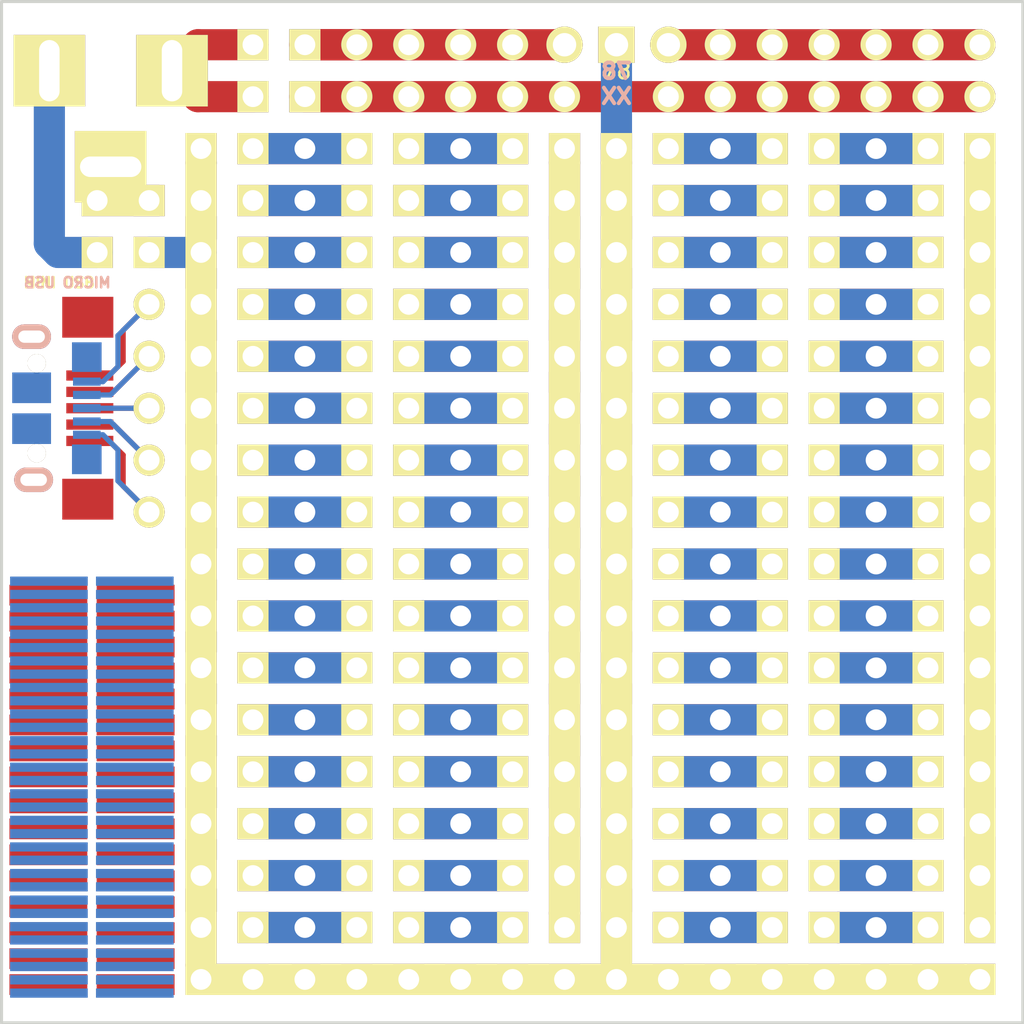
<source format=kicad_pcb>
(kicad_pcb (version 3) (host pcbnew "(2013-may-18)-stable")

  (general
    (links 247)
    (no_connects 222)
    (area 140.049956 125.3744 196.066777 185.717276)
    (thickness 1.6)
    (drawings 8)
    (tracks 44)
    (zones 0)
    (modules 104)
    (nets 81)
  )

  (page A3)
  (layers
    (15 F.Cu signal)
    (0 B.Cu signal)
    (16 B.Adhes user hide)
    (17 F.Adhes user)
    (18 B.Paste user hide)
    (19 F.Paste user hide)
    (20 B.SilkS user)
    (21 F.SilkS user)
    (22 B.Mask user)
    (23 F.Mask user)
    (24 Dwgs.User user hide)
    (25 Cmts.User user hide)
    (26 Eco1.User user hide)
    (27 Eco2.User user hide)
    (28 Edge.Cuts user)
  )

  (setup
    (last_trace_width 0.254)
    (trace_clearance 0.254)
    (zone_clearance 0.508)
    (zone_45_only no)
    (trace_min 0.254)
    (segment_width 0.2)
    (edge_width 0.15)
    (via_size 0.889)
    (via_drill 0.635)
    (via_min_size 0.889)
    (via_min_drill 0.508)
    (uvia_size 0.508)
    (uvia_drill 0.127)
    (uvias_allowed no)
    (uvia_min_size 0.508)
    (uvia_min_drill 0.127)
    (pcb_text_width 0.3)
    (pcb_text_size 1 1)
    (mod_edge_width 0.15)
    (mod_text_size 1 1)
    (mod_text_width 0.15)
    (pad_size 1.524 1.524)
    (pad_drill 1.016)
    (pad_to_mask_clearance 0)
    (aux_axis_origin 0 0)
    (visible_elements FFFE7F8D)
    (pcbplotparams
      (layerselection 284196865)
      (usegerberextensions true)
      (excludeedgelayer false)
      (linewidth 0.150000)
      (plotframeref false)
      (viasonmask false)
      (mode 1)
      (useauxorigin false)
      (hpglpennumber 1)
      (hpglpenspeed 20)
      (hpglpendiameter 15)
      (hpglpenoverlay 2)
      (psnegative false)
      (psa4output false)
      (plotreference false)
      (plotvalue false)
      (plotothertext true)
      (plotinvisibletext false)
      (padsonsilk false)
      (subtractmaskfromsilk false)
      (outputformat 1)
      (mirror false)
      (drillshape 0)
      (scaleselection 1)
      (outputdirectory Gerber/))
  )

  (net 0 "")
  (net 1 N-000001)
  (net 2 N-0000010)
  (net 3 N-0000011)
  (net 4 N-0000012)
  (net 5 N-0000013)
  (net 6 N-0000014)
  (net 7 N-0000015)
  (net 8 N-0000016)
  (net 9 N-0000017)
  (net 10 N-0000018)
  (net 11 N-0000019)
  (net 12 N-000002)
  (net 13 N-0000020)
  (net 14 N-0000021)
  (net 15 N-0000022)
  (net 16 N-0000023)
  (net 17 N-0000024)
  (net 18 N-0000025)
  (net 19 N-0000026)
  (net 20 N-0000027)
  (net 21 N-0000028)
  (net 22 N-0000029)
  (net 23 N-000003)
  (net 24 N-0000030)
  (net 25 N-0000031)
  (net 26 N-0000032)
  (net 27 N-0000033)
  (net 28 N-0000034)
  (net 29 N-0000035)
  (net 30 N-0000036)
  (net 31 N-0000037)
  (net 32 N-0000038)
  (net 33 N-0000039)
  (net 34 N-000004)
  (net 35 N-0000040)
  (net 36 N-0000041)
  (net 37 N-0000042)
  (net 38 N-0000043)
  (net 39 N-0000044)
  (net 40 N-0000045)
  (net 41 N-0000046)
  (net 42 N-0000047)
  (net 43 N-0000048)
  (net 44 N-0000049)
  (net 45 N-0000050)
  (net 46 N-0000051)
  (net 47 N-0000052)
  (net 48 N-0000053)
  (net 49 N-0000054)
  (net 50 N-0000055)
  (net 51 N-0000056)
  (net 52 N-0000057)
  (net 53 N-0000058)
  (net 54 N-0000059)
  (net 55 N-000006)
  (net 56 N-0000060)
  (net 57 N-0000061)
  (net 58 N-0000062)
  (net 59 N-0000063)
  (net 60 N-0000064)
  (net 61 N-0000065)
  (net 62 N-0000066)
  (net 63 N-0000067)
  (net 64 N-0000068)
  (net 65 N-0000069)
  (net 66 N-000007)
  (net 67 N-0000070)
  (net 68 N-0000071)
  (net 69 N-0000072)
  (net 70 N-0000073)
  (net 71 N-0000074)
  (net 72 N-0000075)
  (net 73 N-0000076)
  (net 74 N-0000077)
  (net 75 N-0000078)
  (net 76 N-0000079)
  (net 77 N-0000080)
  (net 78 N-0000081)
  (net 79 N-0000084)
  (net 80 N-000009)

  (net_class Default "This is the default net class."
    (clearance 0.254)
    (trace_width 0.254)
    (via_dia 0.889)
    (via_drill 0.635)
    (uvia_dia 0.508)
    (uvia_drill 0.127)
    (add_net "")
    (add_net N-0000013)
    (add_net N-0000014)
    (add_net N-0000015)
    (add_net N-0000016)
    (add_net N-0000017)
    (add_net N-0000018)
    (add_net N-0000019)
    (add_net N-000002)
    (add_net N-0000020)
    (add_net N-0000021)
    (add_net N-0000022)
    (add_net N-0000023)
    (add_net N-0000024)
    (add_net N-0000025)
    (add_net N-0000026)
    (add_net N-0000027)
    (add_net N-0000028)
    (add_net N-0000029)
    (add_net N-000003)
    (add_net N-0000030)
    (add_net N-0000031)
    (add_net N-0000033)
    (add_net N-0000034)
    (add_net N-0000036)
    (add_net N-0000037)
    (add_net N-0000038)
    (add_net N-0000039)
    (add_net N-000004)
    (add_net N-0000040)
    (add_net N-0000041)
    (add_net N-0000042)
    (add_net N-0000043)
    (add_net N-0000044)
    (add_net N-0000045)
    (add_net N-0000046)
    (add_net N-0000047)
    (add_net N-0000048)
    (add_net N-0000049)
    (add_net N-0000050)
    (add_net N-0000051)
    (add_net N-0000052)
    (add_net N-0000053)
    (add_net N-0000054)
    (add_net N-0000055)
    (add_net N-0000056)
    (add_net N-0000057)
    (add_net N-0000058)
    (add_net N-0000059)
    (add_net N-000006)
    (add_net N-0000060)
    (add_net N-0000061)
    (add_net N-0000062)
    (add_net N-0000063)
    (add_net N-0000064)
    (add_net N-0000065)
    (add_net N-0000066)
    (add_net N-0000067)
    (add_net N-0000068)
    (add_net N-0000069)
    (add_net N-000007)
    (add_net N-0000070)
    (add_net N-0000071)
    (add_net N-0000072)
    (add_net N-0000073)
    (add_net N-0000074)
    (add_net N-0000075)
    (add_net N-0000076)
    (add_net N-0000077)
    (add_net N-0000078)
    (add_net N-0000079)
    (add_net N-0000080)
    (add_net N-0000081)
    (add_net N-0000084)
    (add_net N-000009)
  )

  (net_class highcurrent ""
    (clearance 0.254)
    (trace_width 1.524)
    (via_dia 0.889)
    (via_drill 0.635)
    (uvia_dia 0.508)
    (uvia_drill 0.127)
    (add_net N-000001)
    (add_net N-0000010)
    (add_net N-0000011)
    (add_net N-0000012)
    (add_net N-0000032)
    (add_net N-0000035)
  )

  (module SMD_065_38_2X2 (layer B.Cu) (tedit 53DC12EF) (tstamp 53DD7B94)
    (at 149.6 163.4)
    (fp_text reference "" (at 0 0) (layer B.SilkS) hide
      (effects (font (size 1 1) (thickness 0.15)) (justify mirror))
    )
    (fp_text value "" (at 0 0) (layer B.SilkS) hide
      (effects (font (size 1 1) (thickness 0.15)) (justify mirror))
    )
    (pad 1 smd rect (at -2.1 0) (size 3.8 0.45)
      (layers B.Cu B.Paste B.Mask)
    )
    (pad 1 smd rect (at -2.1 0.65) (size 3.8 0.45)
      (layers B.Cu B.Paste B.Mask)
    )
    (pad 1 smd rect (at 2.1 0.65) (size 3.8 0.45)
      (layers B.Cu B.Paste B.Mask)
    )
    (pad 1 smd rect (at 2.1 0) (size 3.8 0.45)
      (layers B.Cu B.Paste B.Mask)
    )
  )

  (module BARREL_JACK (layer F.Cu) (tedit 53DBF9E9) (tstamp 53DBF2EE)
    (at 147.32 138.43)
    (descr "DC Barrel Jack")
    (tags "Power Jack")
    (path /53DB9A68)
    (fp_text reference CON2 (at 10.09904 0 90) (layer F.SilkS) hide
      (effects (font (size 1.016 1.016) (thickness 0.2032)))
    )
    (fp_text value BARREL_JACK (at 0 -5.99948) (layer F.SilkS) hide
      (effects (font (size 1.016 1.016) (thickness 0.2032)))
    )
    (pad 1 thru_hole rect (at 6.20014 0) (size 3.50012 3.50012) (drill oval 1.00076 2.99974)
      (layers *.Cu *.Mask F.SilkS)
      (net 1 N-000001)
    )
    (pad 2 thru_hole rect (at 0.20066 0) (size 3.50012 3.50012) (drill oval 1.00076 2.99974)
      (layers *.Cu *.Mask F.SilkS)
      (net 2 N-0000010)
    )
    (pad 3 thru_hole rect (at 3.2004 4.699) (size 3.50012 3.50012) (drill oval 2.99974 1.00076)
      (layers *.Cu *.Mask F.SilkS)
      (net 63 N-0000067)
    )
  )

  (module LM78XX (layer F.Cu) (tedit 53DBF992) (tstamp 53DBE5A3)
    (at 175.26 137.16 90)
    (descr "Regulateur TO220 serie LM78xx")
    (tags "TR TO220")
    (path /53DBDC5A)
    (fp_text reference U1 (at 7.62 0 180) (layer F.SilkS) hide
      (effects (font (size 1.524 1.016) (thickness 0.2032)))
    )
    (fp_text value 7805 (at 10.668 0.127 180) (layer F.SilkS) hide
      (effects (font (size 1.524 1.016) (thickness 0.2032)))
    )
    (pad VI thru_hole circle (at 0 -2.54 90) (size 1.778 1.778) (drill 1.143)
      (layers *.Cu *.Mask F.SilkS)
      (net 5 N-0000013)
    )
    (pad GND thru_hole rect (at 0 0 90) (size 1.778 1.778) (drill 1.143)
      (layers *.Cu *.Mask F.SilkS)
      (net 26 N-0000032)
    )
    (pad VO thru_hole circle (at 0 2.54 90) (size 1.778 1.778) (drill 1.143)
      (layers *.Cu *.Mask F.SilkS)
      (net 3 N-0000011)
    )
    (model discret/to220_horiz.wrl
      (at (xyz 0 0 0))
      (scale (xyz 1 1 1))
      (rotate (xyz 0 0 0))
    )
  )

  (module PINS_5X1 (layer F.Cu) (tedit 53DBFEC4) (tstamp 53DBE57D)
    (at 152.4 154.94 270)
    (path /53DC104E)
    (fp_text reference P1 (at 0 0 360) (layer F.SilkS) hide
      (effects (font (size 1 1) (thickness 0.15)))
    )
    (fp_text value CONN_5 (at 0 0 270) (layer F.SilkS) hide
      (effects (font (size 1 1) (thickness 0.15)))
    )
    (pad 1 thru_hole circle (at -5.08 0 270) (size 1.524 1.524) (drill 1.016)
      (layers *.Cu *.Mask F.SilkS)
      (net 12 N-000002)
    )
    (pad 2 thru_hole circle (at -2.54 0 270) (size 1.524 1.524) (drill 1.016)
      (layers *.Cu *.Mask F.SilkS)
      (net 23 N-000003)
    )
    (pad 3 thru_hole circle (at 0 0 270) (size 1.524 1.524) (drill 1.016)
      (layers *.Cu *.Mask F.SilkS)
      (net 34 N-000004)
    )
    (pad 4 thru_hole circle (at 2.54 0 270) (size 1.524 1.524) (drill 1.016)
      (layers *.Cu *.Mask F.SilkS)
      (net 78 N-0000081)
    )
    (pad 5 thru_hole circle (at 5.08 0 270) (size 1.524 1.524) (drill 1.016)
      (layers *.Cu *.Mask F.SilkS)
      (net 55 N-000006)
    )
  )

  (module MICRO_USB_WITH_SMD_PADS_TO_BACK_SHIELD (layer B.Cu) (tedit 53DC0AC8) (tstamp 53DC18E5)
    (at 149.352 154.94 90)
    (path /53DC45BB)
    (fp_text reference CON3 (at 0 1.905 90) (layer B.SilkS) hide
      (effects (font (size 1 1) (thickness 0.15)) (justify mirror))
    )
    (fp_text value USB-MINI-B (at 0 3.81 90) (layer B.SilkS) hide
      (effects (font (size 1 1) (thickness 0.15)) (justify mirror))
    )
    (pad 6 thru_hole oval (at 3.5 -2.7 90) (size 1.2 1.9) (drill oval 0.6 1.3)
      (layers *.Cu *.Mask B.SilkS)
      (net 66 N-000007)
    )
    (pad SHLD smd rect (at 1 -2.7 90) (size 1.5 1.9)
      (layers B.Cu B.Paste B.Mask)
    )
    (pad 1 smd rect (at -1.3 0 90) (size 0.4 1.35)
      (layers B.Cu B.Paste B.Mask)
      (net 55 N-000006)
    )
    (pad 5 smd rect (at 1.3 0 90) (size 0.4 1.35)
      (layers B.Cu B.Paste B.Mask)
      (net 12 N-000002)
    )
    (pad 4 smd rect (at 0.65 0 90) (size 0.4 1.35)
      (layers B.Cu B.Paste B.Mask)
      (net 23 N-000003)
    )
    (pad 2 smd rect (at -0.65 0 90) (size 0.4 1.35)
      (layers B.Cu B.Paste B.Mask)
      (net 78 N-0000081)
    )
    (pad SHLD smd rect (at 2.5 0 270) (size 1.45 1.45)
      (layers B.Cu B.Paste B.Mask)
    )
    (pad SHLD smd rect (at -2.5 0 270) (size 1.45 1.45)
      (layers B.Cu B.Paste B.Mask)
    )
    (pad 3 smd rect (at 0 0 90) (size 0.4 1.35)
      (layers B.Cu B.Paste B.Mask)
      (net 34 N-000004)
    )
    (pad SHLD smd rect (at -1 -2.7 90) (size 1.5 1.9)
      (layers B.Cu B.Paste B.Mask)
    )
    (pad 8 thru_hole oval (at -3.5 -2.6 90) (size 1.2 1.9) (drill oval 0.6 1.3)
      (layers *.Cu *.Mask B.SilkS)
      (net 80 N-000009)
    )
  )

  (module SMD_127_3_2X2 (layer F.Cu) (tedit 53DC1118) (tstamp 53DD788F)
    (at 149.606 183.134)
    (fp_text reference "" (at 0 0) (layer F.SilkS) hide
      (effects (font (size 1 1) (thickness 0.15)))
    )
    (fp_text value "" (at 0 0) (layer F.SilkS) hide
      (effects (font (size 1 1) (thickness 0.15)))
    )
    (pad 1 smd rect (at -2.1336 -1.27) (size 3.81 1.016)
      (layers F.Cu F.Paste F.Mask)
    )
    (pad 1 smd rect (at 2.1336 -1.27) (size 3.81 1.016)
      (layers F.Cu F.Paste F.Mask)
    )
    (pad 1 smd rect (at 2.1336 0) (size 3.81 1.016)
      (layers F.Cu F.Paste F.Mask)
    )
    (pad 1 smd rect (at -2.1336 0) (size 3.81 1.016)
      (layers F.Cu F.Paste F.Mask)
    )
  )

  (module SMD_127_3_2X2 (layer F.Cu) (tedit 53DC1118) (tstamp 53DD789E)
    (at 149.606 180.594)
    (fp_text reference "" (at 0 0) (layer F.SilkS) hide
      (effects (font (size 1 1) (thickness 0.15)))
    )
    (fp_text value "" (at 0 0) (layer F.SilkS) hide
      (effects (font (size 1 1) (thickness 0.15)))
    )
    (pad 1 smd rect (at -2.1336 -1.27) (size 3.81 1.016)
      (layers F.Cu F.Paste F.Mask)
    )
    (pad 1 smd rect (at 2.1336 -1.27) (size 3.81 1.016)
      (layers F.Cu F.Paste F.Mask)
    )
    (pad 1 smd rect (at 2.1336 0) (size 3.81 1.016)
      (layers F.Cu F.Paste F.Mask)
    )
    (pad 1 smd rect (at -2.1336 0) (size 3.81 1.016)
      (layers F.Cu F.Paste F.Mask)
    )
  )

  (module SMD_127_3_2X2 (layer F.Cu) (tedit 53DC1118) (tstamp 53DD78AD)
    (at 149.606 178.054)
    (fp_text reference "" (at 0 0) (layer F.SilkS) hide
      (effects (font (size 1 1) (thickness 0.15)))
    )
    (fp_text value "" (at 0 0) (layer F.SilkS) hide
      (effects (font (size 1 1) (thickness 0.15)))
    )
    (pad 1 smd rect (at -2.1336 -1.27) (size 3.81 1.016)
      (layers F.Cu F.Paste F.Mask)
    )
    (pad 1 smd rect (at 2.1336 -1.27) (size 3.81 1.016)
      (layers F.Cu F.Paste F.Mask)
    )
    (pad 1 smd rect (at 2.1336 0) (size 3.81 1.016)
      (layers F.Cu F.Paste F.Mask)
    )
    (pad 1 smd rect (at -2.1336 0) (size 3.81 1.016)
      (layers F.Cu F.Paste F.Mask)
    )
  )

  (module SMD_127_3_2X2 (layer F.Cu) (tedit 53DC1118) (tstamp 53DD78BC)
    (at 149.606 175.514)
    (fp_text reference "" (at 0 0) (layer F.SilkS) hide
      (effects (font (size 1 1) (thickness 0.15)))
    )
    (fp_text value "" (at 0 0) (layer F.SilkS) hide
      (effects (font (size 1 1) (thickness 0.15)))
    )
    (pad 1 smd rect (at -2.1336 -1.27) (size 3.81 1.016)
      (layers F.Cu F.Paste F.Mask)
    )
    (pad 1 smd rect (at 2.1336 -1.27) (size 3.81 1.016)
      (layers F.Cu F.Paste F.Mask)
    )
    (pad 1 smd rect (at 2.1336 0) (size 3.81 1.016)
      (layers F.Cu F.Paste F.Mask)
    )
    (pad 1 smd rect (at -2.1336 0) (size 3.81 1.016)
      (layers F.Cu F.Paste F.Mask)
    )
  )

  (module SMD_127_3_2X2 (layer F.Cu) (tedit 53DC1118) (tstamp 53DD78CB)
    (at 149.606 172.974)
    (fp_text reference "" (at 0 0) (layer F.SilkS) hide
      (effects (font (size 1 1) (thickness 0.15)))
    )
    (fp_text value "" (at 0 0) (layer F.SilkS) hide
      (effects (font (size 1 1) (thickness 0.15)))
    )
    (pad 1 smd rect (at -2.1336 -1.27) (size 3.81 1.016)
      (layers F.Cu F.Paste F.Mask)
    )
    (pad 1 smd rect (at 2.1336 -1.27) (size 3.81 1.016)
      (layers F.Cu F.Paste F.Mask)
    )
    (pad 1 smd rect (at 2.1336 0) (size 3.81 1.016)
      (layers F.Cu F.Paste F.Mask)
    )
    (pad 1 smd rect (at -2.1336 0) (size 3.81 1.016)
      (layers F.Cu F.Paste F.Mask)
    )
  )

  (module SMD_127_3_2X2 (layer F.Cu) (tedit 53DC1118) (tstamp 53DD78DA)
    (at 149.606 170.434)
    (fp_text reference "" (at 0 0) (layer F.SilkS) hide
      (effects (font (size 1 1) (thickness 0.15)))
    )
    (fp_text value "" (at 0 0) (layer F.SilkS) hide
      (effects (font (size 1 1) (thickness 0.15)))
    )
    (pad 1 smd rect (at -2.1336 -1.27) (size 3.81 1.016)
      (layers F.Cu F.Paste F.Mask)
    )
    (pad 1 smd rect (at 2.1336 -1.27) (size 3.81 1.016)
      (layers F.Cu F.Paste F.Mask)
    )
    (pad 1 smd rect (at 2.1336 0) (size 3.81 1.016)
      (layers F.Cu F.Paste F.Mask)
    )
    (pad 1 smd rect (at -2.1336 0) (size 3.81 1.016)
      (layers F.Cu F.Paste F.Mask)
    )
  )

  (module SMD_127_3_2X2 (layer F.Cu) (tedit 53DC1118) (tstamp 53DD78E9)
    (at 149.606 167.894)
    (fp_text reference "" (at 0 0) (layer F.SilkS) hide
      (effects (font (size 1 1) (thickness 0.15)))
    )
    (fp_text value "" (at 0 0) (layer F.SilkS) hide
      (effects (font (size 1 1) (thickness 0.15)))
    )
    (pad 1 smd rect (at -2.1336 -1.27) (size 3.81 1.016)
      (layers F.Cu F.Paste F.Mask)
    )
    (pad 1 smd rect (at 2.1336 -1.27) (size 3.81 1.016)
      (layers F.Cu F.Paste F.Mask)
    )
    (pad 1 smd rect (at 2.1336 0) (size 3.81 1.016)
      (layers F.Cu F.Paste F.Mask)
    )
    (pad 1 smd rect (at -2.1336 0) (size 3.81 1.016)
      (layers F.Cu F.Paste F.Mask)
    )
  )

  (module SMD_127_3_2X2 (layer F.Cu) (tedit 53DC1118) (tstamp 53DD78F8)
    (at 149.606 165.354)
    (fp_text reference "" (at 0 0) (layer F.SilkS) hide
      (effects (font (size 1 1) (thickness 0.15)))
    )
    (fp_text value "" (at 0 0) (layer F.SilkS) hide
      (effects (font (size 1 1) (thickness 0.15)))
    )
    (pad 1 smd rect (at -2.1336 -1.27) (size 3.81 1.016)
      (layers F.Cu F.Paste F.Mask)
    )
    (pad 1 smd rect (at 2.1336 -1.27) (size 3.81 1.016)
      (layers F.Cu F.Paste F.Mask)
    )
    (pad 1 smd rect (at 2.1336 0) (size 3.81 1.016)
      (layers F.Cu F.Paste F.Mask)
    )
    (pad 1 smd rect (at -2.1336 0) (size 3.81 1.016)
      (layers F.Cu F.Paste F.Mask)
    )
  )

  (module SMD_065_38_2X2 (layer B.Cu) (tedit 53DC12EF) (tstamp 53DD7A1E)
    (at 149.6 182.9)
    (fp_text reference "" (at 0 0) (layer B.SilkS) hide
      (effects (font (size 1 1) (thickness 0.15)) (justify mirror))
    )
    (fp_text value "" (at 0 0) (layer B.SilkS) hide
      (effects (font (size 1 1) (thickness 0.15)) (justify mirror))
    )
    (pad 1 smd rect (at -2.1 0) (size 3.8 0.45)
      (layers B.Cu B.Paste B.Mask)
    )
    (pad 1 smd rect (at -2.1 0.65) (size 3.8 0.45)
      (layers B.Cu B.Paste B.Mask)
    )
    (pad 1 smd rect (at 2.1 0.65) (size 3.8 0.45)
      (layers B.Cu B.Paste B.Mask)
    )
    (pad 1 smd rect (at 2.1 0) (size 3.8 0.45)
      (layers B.Cu B.Paste B.Mask)
    )
  )

  (module SMD_065_38_2X2 (layer B.Cu) (tedit 53DC12EF) (tstamp 53DD7A2D)
    (at 149.6 181.6)
    (fp_text reference "" (at 0 0) (layer B.SilkS) hide
      (effects (font (size 1 1) (thickness 0.15)) (justify mirror))
    )
    (fp_text value "" (at 0 0) (layer B.SilkS) hide
      (effects (font (size 1 1) (thickness 0.15)) (justify mirror))
    )
    (pad 1 smd rect (at -2.1 0) (size 3.8 0.45)
      (layers B.Cu B.Paste B.Mask)
    )
    (pad 1 smd rect (at -2.1 0.65) (size 3.8 0.45)
      (layers B.Cu B.Paste B.Mask)
    )
    (pad 1 smd rect (at 2.1 0.65) (size 3.8 0.45)
      (layers B.Cu B.Paste B.Mask)
    )
    (pad 1 smd rect (at 2.1 0) (size 3.8 0.45)
      (layers B.Cu B.Paste B.Mask)
    )
  )

  (module SMD_065_38_2X2 (layer B.Cu) (tedit 53DC12EF) (tstamp 53DD7A78)
    (at 149.6 180.3)
    (fp_text reference "" (at 0 0) (layer B.SilkS) hide
      (effects (font (size 1 1) (thickness 0.15)) (justify mirror))
    )
    (fp_text value "" (at 0 0) (layer B.SilkS) hide
      (effects (font (size 1 1) (thickness 0.15)) (justify mirror))
    )
    (pad 1 smd rect (at -2.1 0) (size 3.8 0.45)
      (layers B.Cu B.Paste B.Mask)
    )
    (pad 1 smd rect (at -2.1 0.65) (size 3.8 0.45)
      (layers B.Cu B.Paste B.Mask)
    )
    (pad 1 smd rect (at 2.1 0.65) (size 3.8 0.45)
      (layers B.Cu B.Paste B.Mask)
    )
    (pad 1 smd rect (at 2.1 0) (size 3.8 0.45)
      (layers B.Cu B.Paste B.Mask)
    )
  )

  (module SMD_065_38_2X2 (layer B.Cu) (tedit 53DC12EF) (tstamp 53DD7A87)
    (at 149.6 179)
    (fp_text reference "" (at 0 0) (layer B.SilkS) hide
      (effects (font (size 1 1) (thickness 0.15)) (justify mirror))
    )
    (fp_text value "" (at 0 0) (layer B.SilkS) hide
      (effects (font (size 1 1) (thickness 0.15)) (justify mirror))
    )
    (pad 1 smd rect (at -2.1 0) (size 3.8 0.45)
      (layers B.Cu B.Paste B.Mask)
    )
    (pad 1 smd rect (at -2.1 0.65) (size 3.8 0.45)
      (layers B.Cu B.Paste B.Mask)
    )
    (pad 1 smd rect (at 2.1 0.65) (size 3.8 0.45)
      (layers B.Cu B.Paste B.Mask)
    )
    (pad 1 smd rect (at 2.1 0) (size 3.8 0.45)
      (layers B.Cu B.Paste B.Mask)
    )
  )

  (module SMD_065_38_2X2 (layer B.Cu) (tedit 53DC12EF) (tstamp 53DD7AD8)
    (at 149.6 177.7)
    (fp_text reference "" (at 0 0) (layer B.SilkS) hide
      (effects (font (size 1 1) (thickness 0.15)) (justify mirror))
    )
    (fp_text value "" (at 0 0) (layer B.SilkS) hide
      (effects (font (size 1 1) (thickness 0.15)) (justify mirror))
    )
    (pad 1 smd rect (at -2.1 0) (size 3.8 0.45)
      (layers B.Cu B.Paste B.Mask)
    )
    (pad 1 smd rect (at -2.1 0.65) (size 3.8 0.45)
      (layers B.Cu B.Paste B.Mask)
    )
    (pad 1 smd rect (at 2.1 0.65) (size 3.8 0.45)
      (layers B.Cu B.Paste B.Mask)
    )
    (pad 1 smd rect (at 2.1 0) (size 3.8 0.45)
      (layers B.Cu B.Paste B.Mask)
    )
  )

  (module SMD_065_38_2X2 (layer B.Cu) (tedit 53DC12EF) (tstamp 53DD7AF6)
    (at 149.6 176.4)
    (fp_text reference "" (at 0 0) (layer B.SilkS) hide
      (effects (font (size 1 1) (thickness 0.15)) (justify mirror))
    )
    (fp_text value "" (at 0 0) (layer B.SilkS) hide
      (effects (font (size 1 1) (thickness 0.15)) (justify mirror))
    )
    (pad 1 smd rect (at -2.1 0) (size 3.8 0.45)
      (layers B.Cu B.Paste B.Mask)
    )
    (pad 1 smd rect (at -2.1 0.65) (size 3.8 0.45)
      (layers B.Cu B.Paste B.Mask)
    )
    (pad 1 smd rect (at 2.1 0.65) (size 3.8 0.45)
      (layers B.Cu B.Paste B.Mask)
    )
    (pad 1 smd rect (at 2.1 0) (size 3.8 0.45)
      (layers B.Cu B.Paste B.Mask)
    )
  )

  (module SMD_065_38_2X2 (layer B.Cu) (tedit 53DC12EF) (tstamp 53DD7B05)
    (at 149.6 175.1)
    (fp_text reference "" (at 0 0) (layer B.SilkS) hide
      (effects (font (size 1 1) (thickness 0.15)) (justify mirror))
    )
    (fp_text value "" (at 0 0) (layer B.SilkS) hide
      (effects (font (size 1 1) (thickness 0.15)) (justify mirror))
    )
    (pad 1 smd rect (at -2.1 0) (size 3.8 0.45)
      (layers B.Cu B.Paste B.Mask)
    )
    (pad 1 smd rect (at -2.1 0.65) (size 3.8 0.45)
      (layers B.Cu B.Paste B.Mask)
    )
    (pad 1 smd rect (at 2.1 0.65) (size 3.8 0.45)
      (layers B.Cu B.Paste B.Mask)
    )
    (pad 1 smd rect (at 2.1 0) (size 3.8 0.45)
      (layers B.Cu B.Paste B.Mask)
    )
  )

  (module SMD_065_38_2X2 (layer B.Cu) (tedit 53DC12EF) (tstamp 53DD7B14)
    (at 149.6 173.8)
    (fp_text reference "" (at 0 0) (layer B.SilkS) hide
      (effects (font (size 1 1) (thickness 0.15)) (justify mirror))
    )
    (fp_text value "" (at 0 0) (layer B.SilkS) hide
      (effects (font (size 1 1) (thickness 0.15)) (justify mirror))
    )
    (pad 1 smd rect (at -2.1 0) (size 3.8 0.45)
      (layers B.Cu B.Paste B.Mask)
    )
    (pad 1 smd rect (at -2.1 0.65) (size 3.8 0.45)
      (layers B.Cu B.Paste B.Mask)
    )
    (pad 1 smd rect (at 2.1 0.65) (size 3.8 0.45)
      (layers B.Cu B.Paste B.Mask)
    )
    (pad 1 smd rect (at 2.1 0) (size 3.8 0.45)
      (layers B.Cu B.Paste B.Mask)
    )
  )

  (module SMD_065_38_2X2 (layer B.Cu) (tedit 53DC12EF) (tstamp 53DD7B23)
    (at 149.6 172.5)
    (fp_text reference "" (at 0 0) (layer B.SilkS) hide
      (effects (font (size 1 1) (thickness 0.15)) (justify mirror))
    )
    (fp_text value "" (at 0 0) (layer B.SilkS) hide
      (effects (font (size 1 1) (thickness 0.15)) (justify mirror))
    )
    (pad 1 smd rect (at -2.1 0) (size 3.8 0.45)
      (layers B.Cu B.Paste B.Mask)
    )
    (pad 1 smd rect (at -2.1 0.65) (size 3.8 0.45)
      (layers B.Cu B.Paste B.Mask)
    )
    (pad 1 smd rect (at 2.1 0.65) (size 3.8 0.45)
      (layers B.Cu B.Paste B.Mask)
    )
    (pad 1 smd rect (at 2.1 0) (size 3.8 0.45)
      (layers B.Cu B.Paste B.Mask)
    )
  )

  (module SMD_065_38_2X2 (layer B.Cu) (tedit 53DC12EF) (tstamp 53DD7B32)
    (at 149.6 171.2)
    (fp_text reference "" (at 0 0) (layer B.SilkS) hide
      (effects (font (size 1 1) (thickness 0.15)) (justify mirror))
    )
    (fp_text value "" (at 0 0) (layer B.SilkS) hide
      (effects (font (size 1 1) (thickness 0.15)) (justify mirror))
    )
    (pad 1 smd rect (at -2.1 0) (size 3.8 0.45)
      (layers B.Cu B.Paste B.Mask)
    )
    (pad 1 smd rect (at -2.1 0.65) (size 3.8 0.45)
      (layers B.Cu B.Paste B.Mask)
    )
    (pad 1 smd rect (at 2.1 0.65) (size 3.8 0.45)
      (layers B.Cu B.Paste B.Mask)
    )
    (pad 1 smd rect (at 2.1 0) (size 3.8 0.45)
      (layers B.Cu B.Paste B.Mask)
    )
  )

  (module SMD_065_38_2X2 (layer B.Cu) (tedit 53DC12EF) (tstamp 53DD7B41)
    (at 149.6 169.9)
    (fp_text reference "" (at 0 0) (layer B.SilkS) hide
      (effects (font (size 1 1) (thickness 0.15)) (justify mirror))
    )
    (fp_text value "" (at 0 0) (layer B.SilkS) hide
      (effects (font (size 1 1) (thickness 0.15)) (justify mirror))
    )
    (pad 1 smd rect (at -2.1 0) (size 3.8 0.45)
      (layers B.Cu B.Paste B.Mask)
    )
    (pad 1 smd rect (at -2.1 0.65) (size 3.8 0.45)
      (layers B.Cu B.Paste B.Mask)
    )
    (pad 1 smd rect (at 2.1 0.65) (size 3.8 0.45)
      (layers B.Cu B.Paste B.Mask)
    )
    (pad 1 smd rect (at 2.1 0) (size 3.8 0.45)
      (layers B.Cu B.Paste B.Mask)
    )
  )

  (module SMD_065_38_2X2 (layer B.Cu) (tedit 53DC12EF) (tstamp 53DD7B50)
    (at 149.6 168.6)
    (fp_text reference "" (at 0 0) (layer B.SilkS) hide
      (effects (font (size 1 1) (thickness 0.15)) (justify mirror))
    )
    (fp_text value "" (at 0 0) (layer B.SilkS) hide
      (effects (font (size 1 1) (thickness 0.15)) (justify mirror))
    )
    (pad 1 smd rect (at -2.1 0) (size 3.8 0.45)
      (layers B.Cu B.Paste B.Mask)
    )
    (pad 1 smd rect (at -2.1 0.65) (size 3.8 0.45)
      (layers B.Cu B.Paste B.Mask)
    )
    (pad 1 smd rect (at 2.1 0.65) (size 3.8 0.45)
      (layers B.Cu B.Paste B.Mask)
    )
    (pad 1 smd rect (at 2.1 0) (size 3.8 0.45)
      (layers B.Cu B.Paste B.Mask)
    )
  )

  (module SMD_065_38_2X2 (layer B.Cu) (tedit 53DC12EF) (tstamp 53DD7B67)
    (at 149.6 167.3)
    (fp_text reference "" (at 0 0) (layer B.SilkS) hide
      (effects (font (size 1 1) (thickness 0.15)) (justify mirror))
    )
    (fp_text value "" (at 0 0) (layer B.SilkS) hide
      (effects (font (size 1 1) (thickness 0.15)) (justify mirror))
    )
    (pad 1 smd rect (at -2.1 0) (size 3.8 0.45)
      (layers B.Cu B.Paste B.Mask)
    )
    (pad 1 smd rect (at -2.1 0.65) (size 3.8 0.45)
      (layers B.Cu B.Paste B.Mask)
    )
    (pad 1 smd rect (at 2.1 0.65) (size 3.8 0.45)
      (layers B.Cu B.Paste B.Mask)
    )
    (pad 1 smd rect (at 2.1 0) (size 3.8 0.45)
      (layers B.Cu B.Paste B.Mask)
    )
  )

  (module SMD_065_38_2X2 (layer B.Cu) (tedit 53DC12EF) (tstamp 53DD7B76)
    (at 149.6 166)
    (fp_text reference "" (at 0 0) (layer B.SilkS) hide
      (effects (font (size 1 1) (thickness 0.15)) (justify mirror))
    )
    (fp_text value "" (at 0 0) (layer B.SilkS) hide
      (effects (font (size 1 1) (thickness 0.15)) (justify mirror))
    )
    (pad 1 smd rect (at -2.1 0) (size 3.8 0.45)
      (layers B.Cu B.Paste B.Mask)
    )
    (pad 1 smd rect (at -2.1 0.65) (size 3.8 0.45)
      (layers B.Cu B.Paste B.Mask)
    )
    (pad 1 smd rect (at 2.1 0.65) (size 3.8 0.45)
      (layers B.Cu B.Paste B.Mask)
    )
    (pad 1 smd rect (at 2.1 0) (size 3.8 0.45)
      (layers B.Cu B.Paste B.Mask)
    )
  )

  (module SMD_065_38_2X2 (layer B.Cu) (tedit 53DC12EF) (tstamp 53DD7B85)
    (at 149.6 164.7)
    (fp_text reference "" (at 0 0) (layer B.SilkS) hide
      (effects (font (size 1 1) (thickness 0.15)) (justify mirror))
    )
    (fp_text value "" (at 0 0) (layer B.SilkS) hide
      (effects (font (size 1 1) (thickness 0.15)) (justify mirror))
    )
    (pad 1 smd rect (at -2.1 0) (size 3.8 0.45)
      (layers B.Cu B.Paste B.Mask)
    )
    (pad 1 smd rect (at -2.1 0.65) (size 3.8 0.45)
      (layers B.Cu B.Paste B.Mask)
    )
    (pad 1 smd rect (at 2.1 0.65) (size 3.8 0.45)
      (layers B.Cu B.Paste B.Mask)
    )
    (pad 1 smd rect (at 2.1 0) (size 3.8 0.45)
      (layers B.Cu B.Paste B.Mask)
    )
  )

  (module USB_MINI_B_BACK_HALF (layer F.Cu) (tedit 53DC19DC) (tstamp 53DBE570)
    (at 146.05 154.94)
    (descr "USB Mini-B 5-pin SMD connector")
    (tags "USB, Mini-B, connector")
    (path /53DC1067)
    (fp_text reference CON1 (at 0 6.90118) (layer F.SilkS) hide
      (effects (font (size 1.016 1.016) (thickness 0.2032)))
    )
    (fp_text value USB-MINI-B (at 0 -7.0993) (layer F.SilkS) hide
      (effects (font (size 1.016 1.016) (thickness 0.2032)))
    )
    (pad 1 smd rect (at 3.44932 -1.6002) (size 2.30124 0.50038)
      (layers F.Cu F.Paste F.Mask)
      (net 12 N-000002)
    )
    (pad 2 smd rect (at 3.44932 -0.8001) (size 2.30124 0.50038)
      (layers F.Cu F.Paste F.Mask)
      (net 23 N-000003)
    )
    (pad 3 smd rect (at 3.44932 0) (size 2.30124 0.50038)
      (layers F.Cu F.Paste F.Mask)
      (net 34 N-000004)
    )
    (pad 4 smd rect (at 3.44932 0.8001) (size 2.30124 0.50038)
      (layers F.Cu F.Paste F.Mask)
      (net 78 N-0000081)
    )
    (pad 5 smd rect (at 3.44932 1.6002) (size 2.30124 0.50038)
      (layers F.Cu F.Paste F.Mask)
      (net 55 N-000006)
    )
    (pad 6 smd rect (at 3.35026 -4.45008) (size 2.49936 1.99898)
      (layers F.Cu F.Paste F.Mask)
      (net 66 N-000007)
    )
    (pad 8 smd rect (at 3.35026 4.45008) (size 2.49936 1.99898)
      (layers F.Cu F.Paste F.Mask)
      (net 80 N-000009)
    )
    (pad "" thru_hole circle (at 0.8509 -2.19964) (size 0.89916 0.89916) (drill 0.89916)
      (layers *.Cu *.Mask F.SilkS)
    )
    (pad "" thru_hole circle (at 0.8509 2.19964) (size 0.89916 0.89916) (drill 0.89916)
      (layers *.Cu *.Mask F.SilkS)
    )
  )

  (module INTERCONNECT_16x1 (layer F.Cu) (tedit 53DC22E0) (tstamp 53DC3C49)
    (at 172.72 161.29 90)
    (path /53DBEA21)
    (fp_text reference J21 (at 0 0 90) (layer F.SilkS) hide
      (effects (font (size 1 1) (thickness 0.15)))
    )
    (fp_text value INTERCONNECT_16 (at 0 0 90) (layer F.SilkS) hide
      (effects (font (size 1 1) (thickness 0.15)))
    )
    (pad 1 thru_hole rect (at -19.05 0 90) (size 1.524 1.524) (drill 1.016)
      (layers *.Cu *.Mask F.SilkS)
      (net 30 N-0000036)
    )
    (pad 2 thru_hole rect (at -16.51 0 90) (size 3.81 1.524) (drill 1.016)
      (layers *.Cu *.Mask F.SilkS)
      (net 30 N-0000036)
    )
    (pad 3 thru_hole rect (at -13.97 0 90) (size 3.556 1.524) (drill 1.016)
      (layers *.Cu *.Mask F.SilkS)
      (net 30 N-0000036)
    )
    (pad 4 thru_hole rect (at -11.43 0 90) (size 3.556 1.524) (drill 1.016)
      (layers *.Cu *.Mask F.SilkS)
      (net 30 N-0000036)
    )
    (pad 5 thru_hole rect (at -8.89 0 90) (size 3.556 1.524) (drill 1.016)
      (layers *.Cu *.Mask F.SilkS)
      (net 30 N-0000036)
    )
    (pad 6 thru_hole rect (at -6.35 0 90) (size 3.556 1.524) (drill 1.016)
      (layers *.Cu *.Mask F.SilkS)
      (net 30 N-0000036)
    )
    (pad 7 thru_hole rect (at -3.81 0 90) (size 3.556 1.524) (drill 1.016)
      (layers *.Cu *.Mask F.SilkS)
      (net 30 N-0000036)
    )
    (pad 8 thru_hole rect (at -1.27 0 90) (size 3.556 1.524) (drill 1.016)
      (layers *.Cu *.Mask F.SilkS)
      (net 30 N-0000036)
    )
    (pad 9 thru_hole rect (at 1.27 0 90) (size 3.556 1.524) (drill 1.016)
      (layers *.Cu *.Mask F.SilkS)
      (net 30 N-0000036)
    )
    (pad 10 thru_hole rect (at 3.81 0 90) (size 3.556 1.524) (drill 1.016)
      (layers *.Cu *.Mask F.SilkS)
      (net 30 N-0000036)
    )
    (pad 11 thru_hole rect (at 6.35 0 90) (size 3.556 1.524) (drill 1.016)
      (layers *.Cu *.Mask F.SilkS)
      (net 30 N-0000036)
    )
    (pad 12 thru_hole rect (at 8.89 0 90) (size 3.556 1.524) (drill 1.016)
      (layers *.Cu *.Mask F.SilkS)
      (net 30 N-0000036)
    )
    (pad 13 thru_hole rect (at 11.43 0 90) (size 3.556 1.524) (drill 1.016)
      (layers *.Cu *.Mask F.SilkS)
      (net 30 N-0000036)
    )
    (pad 14 thru_hole rect (at 13.97 0 90) (size 3.556 1.524) (drill 1.016)
      (layers *.Cu *.Mask F.SilkS)
      (net 30 N-0000036)
    )
    (pad 16 thru_hole rect (at 19.05 0 90) (size 1.524 1.524) (drill 1.016)
      (layers *.Cu *.Mask F.SilkS)
      (net 30 N-0000036)
    )
    (pad 15 thru_hole rect (at 16.51 0 90) (size 3.81 1.524) (drill 1.016)
      (layers *.Cu *.Mask F.SilkS)
      (net 30 N-0000036)
    )
  )

  (module INTERCONNECT_16x1 (layer F.Cu) (tedit 53DC22E0) (tstamp 53DC3C5D)
    (at 193.04 161.29 90)
    (path /53DBEF26)
    (fp_text reference J38 (at 0 0 90) (layer F.SilkS) hide
      (effects (font (size 1 1) (thickness 0.15)))
    )
    (fp_text value INTERCONNECT_16 (at 0 0 90) (layer F.SilkS) hide
      (effects (font (size 1 1) (thickness 0.15)))
    )
    (pad 1 thru_hole rect (at -19.05 0 90) (size 1.524 1.524) (drill 1.016)
      (layers *.Cu *.Mask F.SilkS)
      (net 10 N-0000018)
    )
    (pad 2 thru_hole rect (at -16.51 0 90) (size 3.81 1.524) (drill 1.016)
      (layers *.Cu *.Mask F.SilkS)
      (net 10 N-0000018)
    )
    (pad 3 thru_hole rect (at -13.97 0 90) (size 3.556 1.524) (drill 1.016)
      (layers *.Cu *.Mask F.SilkS)
      (net 10 N-0000018)
    )
    (pad 4 thru_hole rect (at -11.43 0 90) (size 3.556 1.524) (drill 1.016)
      (layers *.Cu *.Mask F.SilkS)
      (net 10 N-0000018)
    )
    (pad 5 thru_hole rect (at -8.89 0 90) (size 3.556 1.524) (drill 1.016)
      (layers *.Cu *.Mask F.SilkS)
      (net 10 N-0000018)
    )
    (pad 6 thru_hole rect (at -6.35 0 90) (size 3.556 1.524) (drill 1.016)
      (layers *.Cu *.Mask F.SilkS)
      (net 10 N-0000018)
    )
    (pad 7 thru_hole rect (at -3.81 0 90) (size 3.556 1.524) (drill 1.016)
      (layers *.Cu *.Mask F.SilkS)
      (net 10 N-0000018)
    )
    (pad 8 thru_hole rect (at -1.27 0 90) (size 3.556 1.524) (drill 1.016)
      (layers *.Cu *.Mask F.SilkS)
      (net 10 N-0000018)
    )
    (pad 9 thru_hole rect (at 1.27 0 90) (size 3.556 1.524) (drill 1.016)
      (layers *.Cu *.Mask F.SilkS)
      (net 10 N-0000018)
    )
    (pad 10 thru_hole rect (at 3.81 0 90) (size 3.556 1.524) (drill 1.016)
      (layers *.Cu *.Mask F.SilkS)
      (net 10 N-0000018)
    )
    (pad 11 thru_hole rect (at 6.35 0 90) (size 3.556 1.524) (drill 1.016)
      (layers *.Cu *.Mask F.SilkS)
      (net 10 N-0000018)
    )
    (pad 12 thru_hole rect (at 8.89 0 90) (size 3.556 1.524) (drill 1.016)
      (layers *.Cu *.Mask F.SilkS)
      (net 10 N-0000018)
    )
    (pad 13 thru_hole rect (at 11.43 0 90) (size 3.556 1.524) (drill 1.016)
      (layers *.Cu *.Mask F.SilkS)
      (net 10 N-0000018)
    )
    (pad 14 thru_hole rect (at 13.97 0 90) (size 3.556 1.524) (drill 1.016)
      (layers *.Cu *.Mask F.SilkS)
      (net 10 N-0000018)
    )
    (pad 16 thru_hole rect (at 19.05 0 90) (size 1.524 1.524) (drill 1.016)
      (layers *.Cu *.Mask F.SilkS)
      (net 10 N-0000018)
    )
    (pad 15 thru_hole rect (at 16.51 0 90) (size 3.81 1.524) (drill 1.016)
      (layers *.Cu *.Mask F.SilkS)
      (net 10 N-0000018)
    )
  )

  (module INTERCONNECT_3X1 (layer F.Cu) (tedit 53DC21FE) (tstamp 53DC3D17)
    (at 160.02 142.24)
    (path /53DC1927)
    (fp_text reference J49 (at 0 0) (layer F.SilkS) hide
      (effects (font (size 1 1) (thickness 0.15)))
    )
    (fp_text value INTERCONNECT_3 (at 0 0) (layer F.SilkS) hide
      (effects (font (size 1 1) (thickness 0.15)))
    )
    (pad 2 thru_hole rect (at 0 0) (size 3.81 1.524) (drill 1.016)
      (layers *.Cu F.Mask)
      (net 77 N-0000080)
    )
    (pad 1 thru_hole rect (at -2.54 0) (size 1.524 1.524) (drill 1.016)
      (layers *.Cu *.Mask F.SilkS)
      (net 77 N-0000080)
    )
    (pad 3 thru_hole rect (at 2.54 0) (size 1.524 1.524) (drill 1.016)
      (layers *.Cu *.Mask F.SilkS)
      (net 77 N-0000080)
    )
  )

  (module INTERCONNECT_3X1 (layer F.Cu) (tedit 53DC21FE) (tstamp 53DC3D1E)
    (at 167.64 142.24)
    (path /53DC1957)
    (fp_text reference J41 (at 0 0) (layer F.SilkS) hide
      (effects (font (size 1 1) (thickness 0.15)))
    )
    (fp_text value INTERCONNECT_3 (at 0 0) (layer F.SilkS) hide
      (effects (font (size 1 1) (thickness 0.15)))
    )
    (pad 2 thru_hole rect (at 0 0) (size 3.81 1.524) (drill 1.016)
      (layers *.Cu F.Mask)
      (net 33 N-0000039)
    )
    (pad 1 thru_hole rect (at -2.54 0) (size 1.524 1.524) (drill 1.016)
      (layers *.Cu *.Mask F.SilkS)
      (net 33 N-0000039)
    )
    (pad 3 thru_hole rect (at 2.54 0) (size 1.524 1.524) (drill 1.016)
      (layers *.Cu *.Mask F.SilkS)
      (net 33 N-0000039)
    )
  )

  (module INTERCONNECT_3X1 (layer F.Cu) (tedit 53DC21FE) (tstamp 53DC3D25)
    (at 160.02 144.78)
    (path /53DC1951)
    (fp_text reference J42 (at 0 0) (layer F.SilkS) hide
      (effects (font (size 1 1) (thickness 0.15)))
    )
    (fp_text value INTERCONNECT_3 (at 0 0) (layer F.SilkS) hide
      (effects (font (size 1 1) (thickness 0.15)))
    )
    (pad 2 thru_hole rect (at 0 0) (size 3.81 1.524) (drill 1.016)
      (layers *.Cu F.Mask)
      (net 32 N-0000038)
    )
    (pad 1 thru_hole rect (at -2.54 0) (size 1.524 1.524) (drill 1.016)
      (layers *.Cu *.Mask F.SilkS)
      (net 32 N-0000038)
    )
    (pad 3 thru_hole rect (at 2.54 0) (size 1.524 1.524) (drill 1.016)
      (layers *.Cu *.Mask F.SilkS)
      (net 32 N-0000038)
    )
  )

  (module INTERCONNECT_3X1 (layer F.Cu) (tedit 53DC21FE) (tstamp 53DC3F6C)
    (at 167.64 144.78)
    (path /53DC194B)
    (fp_text reference J43 (at 0 0) (layer F.SilkS) hide
      (effects (font (size 1 1) (thickness 0.15)))
    )
    (fp_text value INTERCONNECT_3 (at 0 0) (layer F.SilkS) hide
      (effects (font (size 1 1) (thickness 0.15)))
    )
    (pad 2 thru_hole rect (at 0 0) (size 3.81 1.524) (drill 1.016)
      (layers *.Cu F.Mask)
      (net 44 N-0000049)
    )
    (pad 1 thru_hole rect (at -2.54 0) (size 1.524 1.524) (drill 1.016)
      (layers *.Cu *.Mask F.SilkS)
      (net 44 N-0000049)
    )
    (pad 3 thru_hole rect (at 2.54 0) (size 1.524 1.524) (drill 1.016)
      (layers *.Cu *.Mask F.SilkS)
      (net 44 N-0000049)
    )
  )

  (module INTERCONNECT_3X1 (layer F.Cu) (tedit 53DC21FE) (tstamp 53DC3D33)
    (at 160.02 147.32)
    (path /53DC1945)
    (fp_text reference J44 (at 0 0) (layer F.SilkS) hide
      (effects (font (size 1 1) (thickness 0.15)))
    )
    (fp_text value INTERCONNECT_3 (at 0 0) (layer F.SilkS) hide
      (effects (font (size 1 1) (thickness 0.15)))
    )
    (pad 2 thru_hole rect (at 0 0) (size 3.81 1.524) (drill 1.016)
      (layers *.Cu F.Mask)
      (net 43 N-0000048)
    )
    (pad 1 thru_hole rect (at -2.54 0) (size 1.524 1.524) (drill 1.016)
      (layers *.Cu *.Mask F.SilkS)
      (net 43 N-0000048)
    )
    (pad 3 thru_hole rect (at 2.54 0) (size 1.524 1.524) (drill 1.016)
      (layers *.Cu *.Mask F.SilkS)
      (net 43 N-0000048)
    )
  )

  (module INTERCONNECT_3X1 (layer F.Cu) (tedit 53DC21FE) (tstamp 53DC3D3A)
    (at 167.64 147.32)
    (path /53DC193F)
    (fp_text reference J45 (at 0 0) (layer F.SilkS) hide
      (effects (font (size 1 1) (thickness 0.15)))
    )
    (fp_text value INTERCONNECT_3 (at 0 0) (layer F.SilkS) hide
      (effects (font (size 1 1) (thickness 0.15)))
    )
    (pad 2 thru_hole rect (at 0 0) (size 3.81 1.524) (drill 1.016)
      (layers *.Cu F.Mask)
      (net 42 N-0000047)
    )
    (pad 1 thru_hole rect (at -2.54 0) (size 1.524 1.524) (drill 1.016)
      (layers *.Cu *.Mask F.SilkS)
      (net 42 N-0000047)
    )
    (pad 3 thru_hole rect (at 2.54 0) (size 1.524 1.524) (drill 1.016)
      (layers *.Cu *.Mask F.SilkS)
      (net 42 N-0000047)
    )
  )

  (module INTERCONNECT_3X1 (layer F.Cu) (tedit 53DC21FE) (tstamp 53DC3D41)
    (at 160.02 149.86)
    (path /53DC1939)
    (fp_text reference J46 (at 0 0) (layer F.SilkS) hide
      (effects (font (size 1 1) (thickness 0.15)))
    )
    (fp_text value INTERCONNECT_3 (at 0 0) (layer F.SilkS) hide
      (effects (font (size 1 1) (thickness 0.15)))
    )
    (pad 2 thru_hole rect (at 0 0) (size 3.81 1.524) (drill 1.016)
      (layers *.Cu F.Mask)
      (net 40 N-0000045)
    )
    (pad 1 thru_hole rect (at -2.54 0) (size 1.524 1.524) (drill 1.016)
      (layers *.Cu *.Mask F.SilkS)
      (net 40 N-0000045)
    )
    (pad 3 thru_hole rect (at 2.54 0) (size 1.524 1.524) (drill 1.016)
      (layers *.Cu *.Mask F.SilkS)
      (net 40 N-0000045)
    )
  )

  (module INTERCONNECT_3X1 (layer F.Cu) (tedit 53DC21FE) (tstamp 53DC3D48)
    (at 167.64 149.86)
    (path /53DC1933)
    (fp_text reference J47 (at 0 0) (layer F.SilkS) hide
      (effects (font (size 1 1) (thickness 0.15)))
    )
    (fp_text value INTERCONNECT_3 (at 0 0) (layer F.SilkS) hide
      (effects (font (size 1 1) (thickness 0.15)))
    )
    (pad 2 thru_hole rect (at 0 0) (size 3.81 1.524) (drill 1.016)
      (layers *.Cu F.Mask)
      (net 39 N-0000044)
    )
    (pad 1 thru_hole rect (at -2.54 0) (size 1.524 1.524) (drill 1.016)
      (layers *.Cu *.Mask F.SilkS)
      (net 39 N-0000044)
    )
    (pad 3 thru_hole rect (at 2.54 0) (size 1.524 1.524) (drill 1.016)
      (layers *.Cu *.Mask F.SilkS)
      (net 39 N-0000044)
    )
  )

  (module INTERCONNECT_3X1 (layer F.Cu) (tedit 53DC21FE) (tstamp 53DC3D4F)
    (at 160.02 152.4)
    (path /53DC192D)
    (fp_text reference J48 (at 0 0) (layer F.SilkS) hide
      (effects (font (size 1 1) (thickness 0.15)))
    )
    (fp_text value INTERCONNECT_3 (at 0 0) (layer F.SilkS) hide
      (effects (font (size 1 1) (thickness 0.15)))
    )
    (pad 2 thru_hole rect (at 0 0) (size 3.81 1.524) (drill 1.016)
      (layers *.Cu F.Mask)
      (net 38 N-0000043)
    )
    (pad 1 thru_hole rect (at -2.54 0) (size 1.524 1.524) (drill 1.016)
      (layers *.Cu *.Mask F.SilkS)
      (net 38 N-0000043)
    )
    (pad 3 thru_hole rect (at 2.54 0) (size 1.524 1.524) (drill 1.016)
      (layers *.Cu *.Mask F.SilkS)
      (net 38 N-0000043)
    )
  )

  (module INTERCONNECT_3X1 (layer F.Cu) (tedit 53DC21FE) (tstamp 53DC40AE)
    (at 167.64 152.4)
    (path /53DC197D)
    (fp_text reference J72 (at 0 0) (layer F.SilkS) hide
      (effects (font (size 1 1) (thickness 0.15)))
    )
    (fp_text value INTERCONNECT_3 (at 0 0) (layer F.SilkS) hide
      (effects (font (size 1 1) (thickness 0.15)))
    )
    (pad 2 thru_hole rect (at 0 0) (size 3.81 1.524) (drill 1.016)
      (layers *.Cu F.Mask)
      (net 35 N-0000040)
    )
    (pad 1 thru_hole rect (at -2.54 0) (size 1.524 1.524) (drill 1.016)
      (layers *.Cu *.Mask F.SilkS)
      (net 35 N-0000040)
    )
    (pad 3 thru_hole rect (at 2.54 0) (size 1.524 1.524) (drill 1.016)
      (layers *.Cu *.Mask F.SilkS)
      (net 35 N-0000040)
    )
  )

  (module INTERCONNECT_3X1 (layer F.Cu) (tedit 53DC21FE) (tstamp 53DC3D5D)
    (at 167.64 154.94)
    (path /53DC1921)
    (fp_text reference J50 (at 0 0) (layer F.SilkS) hide
      (effects (font (size 1 1) (thickness 0.15)))
    )
    (fp_text value INTERCONNECT_3 (at 0 0) (layer F.SilkS) hide
      (effects (font (size 1 1) (thickness 0.15)))
    )
    (pad 2 thru_hole rect (at 0 0) (size 3.81 1.524) (drill 1.016)
      (layers *.Cu F.Mask)
      (net 76 N-0000079)
    )
    (pad 1 thru_hole rect (at -2.54 0) (size 1.524 1.524) (drill 1.016)
      (layers *.Cu *.Mask F.SilkS)
      (net 76 N-0000079)
    )
    (pad 3 thru_hole rect (at 2.54 0) (size 1.524 1.524) (drill 1.016)
      (layers *.Cu *.Mask F.SilkS)
      (net 76 N-0000079)
    )
  )

  (module INTERCONNECT_3X1 (layer F.Cu) (tedit 53DC21FE) (tstamp 53DC3D64)
    (at 160.02 154.94)
    (path /53DC191B)
    (fp_text reference J51 (at 0 0) (layer F.SilkS) hide
      (effects (font (size 1 1) (thickness 0.15)))
    )
    (fp_text value INTERCONNECT_3 (at 0 0) (layer F.SilkS) hide
      (effects (font (size 1 1) (thickness 0.15)))
    )
    (pad 2 thru_hole rect (at 0 0) (size 3.81 1.524) (drill 1.016)
      (layers *.Cu F.Mask)
      (net 75 N-0000078)
    )
    (pad 1 thru_hole rect (at -2.54 0) (size 1.524 1.524) (drill 1.016)
      (layers *.Cu *.Mask F.SilkS)
      (net 75 N-0000078)
    )
    (pad 3 thru_hole rect (at 2.54 0) (size 1.524 1.524) (drill 1.016)
      (layers *.Cu *.Mask F.SilkS)
      (net 75 N-0000078)
    )
  )

  (module INTERCONNECT_3X1 (layer F.Cu) (tedit 53DC21FE) (tstamp 53DC3D6B)
    (at 160.02 157.48)
    (path /53DC1915)
    (fp_text reference J52 (at 0 0) (layer F.SilkS) hide
      (effects (font (size 1 1) (thickness 0.15)))
    )
    (fp_text value INTERCONNECT_3 (at 0 0) (layer F.SilkS) hide
      (effects (font (size 1 1) (thickness 0.15)))
    )
    (pad 2 thru_hole rect (at 0 0) (size 3.81 1.524) (drill 1.016)
      (layers *.Cu F.Mask)
      (net 73 N-0000076)
    )
    (pad 1 thru_hole rect (at -2.54 0) (size 1.524 1.524) (drill 1.016)
      (layers *.Cu *.Mask F.SilkS)
      (net 73 N-0000076)
    )
    (pad 3 thru_hole rect (at 2.54 0) (size 1.524 1.524) (drill 1.016)
      (layers *.Cu *.Mask F.SilkS)
      (net 73 N-0000076)
    )
  )

  (module INTERCONNECT_3X1 (layer F.Cu) (tedit 53DC21FE) (tstamp 53DC3D72)
    (at 167.64 157.48)
    (path /53DC190F)
    (fp_text reference J53 (at 0 0) (layer F.SilkS) hide
      (effects (font (size 1 1) (thickness 0.15)))
    )
    (fp_text value INTERCONNECT_3 (at 0 0) (layer F.SilkS) hide
      (effects (font (size 1 1) (thickness 0.15)))
    )
    (pad 2 thru_hole rect (at 0 0) (size 3.81 1.524) (drill 1.016)
      (layers *.Cu F.Mask)
      (net 72 N-0000075)
    )
    (pad 1 thru_hole rect (at -2.54 0) (size 1.524 1.524) (drill 1.016)
      (layers *.Cu *.Mask F.SilkS)
      (net 72 N-0000075)
    )
    (pad 3 thru_hole rect (at 2.54 0) (size 1.524 1.524) (drill 1.016)
      (layers *.Cu *.Mask F.SilkS)
      (net 72 N-0000075)
    )
  )

  (module INTERCONNECT_3X1 (layer F.Cu) (tedit 53DC21FE) (tstamp 53DC3D79)
    (at 160.02 160.02)
    (path /53DC1909)
    (fp_text reference J54 (at 0 0) (layer F.SilkS) hide
      (effects (font (size 1 1) (thickness 0.15)))
    )
    (fp_text value INTERCONNECT_3 (at 0 0) (layer F.SilkS) hide
      (effects (font (size 1 1) (thickness 0.15)))
    )
    (pad 2 thru_hole rect (at 0 0) (size 3.81 1.524) (drill 1.016)
      (layers *.Cu F.Mask)
      (net 71 N-0000074)
    )
    (pad 1 thru_hole rect (at -2.54 0) (size 1.524 1.524) (drill 1.016)
      (layers *.Cu *.Mask F.SilkS)
      (net 71 N-0000074)
    )
    (pad 3 thru_hole rect (at 2.54 0) (size 1.524 1.524) (drill 1.016)
      (layers *.Cu *.Mask F.SilkS)
      (net 71 N-0000074)
    )
  )

  (module INTERCONNECT_3X1 (layer F.Cu) (tedit 53DC21FE) (tstamp 53DC3D80)
    (at 167.64 160.02)
    (path /53DC1903)
    (fp_text reference J55 (at 0 0) (layer F.SilkS) hide
      (effects (font (size 1 1) (thickness 0.15)))
    )
    (fp_text value INTERCONNECT_3 (at 0 0) (layer F.SilkS) hide
      (effects (font (size 1 1) (thickness 0.15)))
    )
    (pad 2 thru_hole rect (at 0 0) (size 3.81 1.524) (drill 1.016)
      (layers *.Cu F.Mask)
      (net 74 N-0000077)
    )
    (pad 1 thru_hole rect (at -2.54 0) (size 1.524 1.524) (drill 1.016)
      (layers *.Cu *.Mask F.SilkS)
      (net 74 N-0000077)
    )
    (pad 3 thru_hole rect (at 2.54 0) (size 1.524 1.524) (drill 1.016)
      (layers *.Cu *.Mask F.SilkS)
      (net 74 N-0000077)
    )
  )

  (module INTERCONNECT_3X1 (layer F.Cu) (tedit 53DC21FE) (tstamp 53DC3D87)
    (at 160.02 162.56)
    (path /53DC18FD)
    (fp_text reference J56 (at 0 0) (layer F.SilkS) hide
      (effects (font (size 1 1) (thickness 0.15)))
    )
    (fp_text value INTERCONNECT_3 (at 0 0) (layer F.SilkS) hide
      (effects (font (size 1 1) (thickness 0.15)))
    )
    (pad 2 thru_hole rect (at 0 0) (size 3.81 1.524) (drill 1.016)
      (layers *.Cu F.Mask)
      (net 79 N-0000084)
    )
    (pad 1 thru_hole rect (at -2.54 0) (size 1.524 1.524) (drill 1.016)
      (layers *.Cu *.Mask F.SilkS)
      (net 79 N-0000084)
    )
    (pad 3 thru_hole rect (at 2.54 0) (size 1.524 1.524) (drill 1.016)
      (layers *.Cu *.Mask F.SilkS)
      (net 79 N-0000084)
    )
  )

  (module INTERCONNECT_3X1 (layer F.Cu) (tedit 53DC21FE) (tstamp 53DC3D8E)
    (at 167.64 162.56)
    (path /53DBE2BA)
    (fp_text reference J36 (at 0 0) (layer F.SilkS) hide
      (effects (font (size 1 1) (thickness 0.15)))
    )
    (fp_text value INTERCONNECT_3 (at 0 0) (layer F.SilkS) hide
      (effects (font (size 1 1) (thickness 0.15)))
    )
    (pad 2 thru_hole rect (at 0 0) (size 3.81 1.524) (drill 1.016)
      (layers *.Cu F.Mask)
      (net 28 N-0000034)
    )
    (pad 1 thru_hole rect (at -2.54 0) (size 1.524 1.524) (drill 1.016)
      (layers *.Cu *.Mask F.SilkS)
      (net 28 N-0000034)
    )
    (pad 3 thru_hole rect (at 2.54 0) (size 1.524 1.524) (drill 1.016)
      (layers *.Cu *.Mask F.SilkS)
      (net 28 N-0000034)
    )
  )

  (module INTERCONNECT_3X1 (layer F.Cu) (tedit 53DC21FE) (tstamp 53DC3D95)
    (at 160.02 165.1)
    (path /53DC1983)
    (fp_text reference J71 (at 0 0) (layer F.SilkS) hide
      (effects (font (size 1 1) (thickness 0.15)))
    )
    (fp_text value INTERCONNECT_3 (at 0 0) (layer F.SilkS) hide
      (effects (font (size 1 1) (thickness 0.15)))
    )
    (pad 2 thru_hole rect (at 0 0) (size 3.81 1.524) (drill 1.016)
      (layers *.Cu F.Mask)
      (net 31 N-0000037)
    )
    (pad 1 thru_hole rect (at -2.54 0) (size 1.524 1.524) (drill 1.016)
      (layers *.Cu *.Mask F.SilkS)
      (net 31 N-0000037)
    )
    (pad 3 thru_hole rect (at 2.54 0) (size 1.524 1.524) (drill 1.016)
      (layers *.Cu *.Mask F.SilkS)
      (net 31 N-0000037)
    )
  )

  (module INTERCONNECT_3X1 (layer F.Cu) (tedit 53DC21FE) (tstamp 53DC3D9C)
    (at 167.64 165.1)
    (path /53DC1989)
    (fp_text reference J70 (at 0 0) (layer F.SilkS) hide
      (effects (font (size 1 1) (thickness 0.15)))
    )
    (fp_text value INTERCONNECT_3 (at 0 0) (layer F.SilkS) hide
      (effects (font (size 1 1) (thickness 0.15)))
    )
    (pad 2 thru_hole rect (at 0 0) (size 3.81 1.524) (drill 1.016)
      (layers *.Cu F.Mask)
      (net 36 N-0000041)
    )
    (pad 1 thru_hole rect (at -2.54 0) (size 1.524 1.524) (drill 1.016)
      (layers *.Cu *.Mask F.SilkS)
      (net 36 N-0000041)
    )
    (pad 3 thru_hole rect (at 2.54 0) (size 1.524 1.524) (drill 1.016)
      (layers *.Cu *.Mask F.SilkS)
      (net 36 N-0000041)
    )
  )

  (module INTERCONNECT_3X1 (layer F.Cu) (tedit 53DC21FE) (tstamp 53DC3DA3)
    (at 160.02 167.64)
    (path /53DC198F)
    (fp_text reference J69 (at 0 0) (layer F.SilkS) hide
      (effects (font (size 1 1) (thickness 0.15)))
    )
    (fp_text value INTERCONNECT_3 (at 0 0) (layer F.SilkS) hide
      (effects (font (size 1 1) (thickness 0.15)))
    )
    (pad 2 thru_hole rect (at 0 0) (size 3.81 1.524) (drill 1.016)
      (layers *.Cu F.Mask)
      (net 37 N-0000042)
    )
    (pad 1 thru_hole rect (at -2.54 0) (size 1.524 1.524) (drill 1.016)
      (layers *.Cu *.Mask F.SilkS)
      (net 37 N-0000042)
    )
    (pad 3 thru_hole rect (at 2.54 0) (size 1.524 1.524) (drill 1.016)
      (layers *.Cu *.Mask F.SilkS)
      (net 37 N-0000042)
    )
  )

  (module INTERCONNECT_3X1 (layer F.Cu) (tedit 53DC21FE) (tstamp 53DC3DAA)
    (at 167.64 167.64)
    (path /53DC1995)
    (fp_text reference J68 (at 0 0) (layer F.SilkS) hide
      (effects (font (size 1 1) (thickness 0.15)))
    )
    (fp_text value INTERCONNECT_3 (at 0 0) (layer F.SilkS) hide
      (effects (font (size 1 1) (thickness 0.15)))
    )
    (pad 2 thru_hole rect (at 0 0) (size 3.81 1.524) (drill 1.016)
      (layers *.Cu F.Mask)
      (net 41 N-0000046)
    )
    (pad 1 thru_hole rect (at -2.54 0) (size 1.524 1.524) (drill 1.016)
      (layers *.Cu *.Mask F.SilkS)
      (net 41 N-0000046)
    )
    (pad 3 thru_hole rect (at 2.54 0) (size 1.524 1.524) (drill 1.016)
      (layers *.Cu *.Mask F.SilkS)
      (net 41 N-0000046)
    )
  )

  (module INTERCONNECT_3X1 (layer F.Cu) (tedit 53DC21FE) (tstamp 53DC3DB1)
    (at 160.02 170.18)
    (path /53DC199B)
    (fp_text reference J67 (at 0 0) (layer F.SilkS) hide
      (effects (font (size 1 1) (thickness 0.15)))
    )
    (fp_text value INTERCONNECT_3 (at 0 0) (layer F.SilkS) hide
      (effects (font (size 1 1) (thickness 0.15)))
    )
    (pad 2 thru_hole rect (at 0 0) (size 3.81 1.524) (drill 1.016)
      (layers *.Cu F.Mask)
      (net 52 N-0000057)
    )
    (pad 1 thru_hole rect (at -2.54 0) (size 1.524 1.524) (drill 1.016)
      (layers *.Cu *.Mask F.SilkS)
      (net 52 N-0000057)
    )
    (pad 3 thru_hole rect (at 2.54 0) (size 1.524 1.524) (drill 1.016)
      (layers *.Cu *.Mask F.SilkS)
      (net 52 N-0000057)
    )
  )

  (module INTERCONNECT_3X1 (layer F.Cu) (tedit 53DC21FE) (tstamp 53DC3DB8)
    (at 167.64 170.18)
    (path /53DC19A1)
    (fp_text reference J66 (at 0 0) (layer F.SilkS) hide
      (effects (font (size 1 1) (thickness 0.15)))
    )
    (fp_text value INTERCONNECT_3 (at 0 0) (layer F.SilkS) hide
      (effects (font (size 1 1) (thickness 0.15)))
    )
    (pad 2 thru_hole rect (at 0 0) (size 3.81 1.524) (drill 1.016)
      (layers *.Cu F.Mask)
      (net 53 N-0000058)
    )
    (pad 1 thru_hole rect (at -2.54 0) (size 1.524 1.524) (drill 1.016)
      (layers *.Cu *.Mask F.SilkS)
      (net 53 N-0000058)
    )
    (pad 3 thru_hole rect (at 2.54 0) (size 1.524 1.524) (drill 1.016)
      (layers *.Cu *.Mask F.SilkS)
      (net 53 N-0000058)
    )
  )

  (module INTERCONNECT_3X1 (layer F.Cu) (tedit 53DC21FE) (tstamp 53DC3DBF)
    (at 160.02 172.72)
    (path /53DC19A7)
    (fp_text reference J65 (at 0 0) (layer F.SilkS) hide
      (effects (font (size 1 1) (thickness 0.15)))
    )
    (fp_text value INTERCONNECT_3 (at 0 0) (layer F.SilkS) hide
      (effects (font (size 1 1) (thickness 0.15)))
    )
    (pad 2 thru_hole rect (at 0 0) (size 3.81 1.524) (drill 1.016)
      (layers *.Cu F.Mask)
      (net 51 N-0000056)
    )
    (pad 1 thru_hole rect (at -2.54 0) (size 1.524 1.524) (drill 1.016)
      (layers *.Cu *.Mask F.SilkS)
      (net 51 N-0000056)
    )
    (pad 3 thru_hole rect (at 2.54 0) (size 1.524 1.524) (drill 1.016)
      (layers *.Cu *.Mask F.SilkS)
      (net 51 N-0000056)
    )
  )

  (module INTERCONNECT_3X1 (layer F.Cu) (tedit 53DC21FE) (tstamp 53DC3DC6)
    (at 167.64 172.72)
    (path /53DC19AD)
    (fp_text reference J64 (at 0 0) (layer F.SilkS) hide
      (effects (font (size 1 1) (thickness 0.15)))
    )
    (fp_text value INTERCONNECT_3 (at 0 0) (layer F.SilkS) hide
      (effects (font (size 1 1) (thickness 0.15)))
    )
    (pad 2 thru_hole rect (at 0 0) (size 3.81 1.524) (drill 1.016)
      (layers *.Cu F.Mask)
      (net 54 N-0000059)
    )
    (pad 1 thru_hole rect (at -2.54 0) (size 1.524 1.524) (drill 1.016)
      (layers *.Cu *.Mask F.SilkS)
      (net 54 N-0000059)
    )
    (pad 3 thru_hole rect (at 2.54 0) (size 1.524 1.524) (drill 1.016)
      (layers *.Cu *.Mask F.SilkS)
      (net 54 N-0000059)
    )
  )

  (module INTERCONNECT_3X1 (layer F.Cu) (tedit 53DC21FE) (tstamp 53DC3DCD)
    (at 160.02 175.26)
    (path /53DC19B3)
    (fp_text reference J63 (at 0 0) (layer F.SilkS) hide
      (effects (font (size 1 1) (thickness 0.15)))
    )
    (fp_text value INTERCONNECT_3 (at 0 0) (layer F.SilkS) hide
      (effects (font (size 1 1) (thickness 0.15)))
    )
    (pad 2 thru_hole rect (at 0 0) (size 3.81 1.524) (drill 1.016)
      (layers *.Cu F.Mask)
      (net 56 N-0000060)
    )
    (pad 1 thru_hole rect (at -2.54 0) (size 1.524 1.524) (drill 1.016)
      (layers *.Cu *.Mask F.SilkS)
      (net 56 N-0000060)
    )
    (pad 3 thru_hole rect (at 2.54 0) (size 1.524 1.524) (drill 1.016)
      (layers *.Cu *.Mask F.SilkS)
      (net 56 N-0000060)
    )
  )

  (module INTERCONNECT_3X1 (layer F.Cu) (tedit 53DC21FE) (tstamp 53DC3DD4)
    (at 167.64 175.26)
    (path /53DC19B9)
    (fp_text reference J62 (at 0 0) (layer F.SilkS) hide
      (effects (font (size 1 1) (thickness 0.15)))
    )
    (fp_text value INTERCONNECT_3 (at 0 0) (layer F.SilkS) hide
      (effects (font (size 1 1) (thickness 0.15)))
    )
    (pad 2 thru_hole rect (at 0 0) (size 3.81 1.524) (drill 1.016)
      (layers *.Cu F.Mask)
      (net 48 N-0000053)
    )
    (pad 1 thru_hole rect (at -2.54 0) (size 1.524 1.524) (drill 1.016)
      (layers *.Cu *.Mask F.SilkS)
      (net 48 N-0000053)
    )
    (pad 3 thru_hole rect (at 2.54 0) (size 1.524 1.524) (drill 1.016)
      (layers *.Cu *.Mask F.SilkS)
      (net 48 N-0000053)
    )
  )

  (module INTERCONNECT_3X1 (layer F.Cu) (tedit 53DC21FE) (tstamp 53DC3DDB)
    (at 167.64 177.8)
    (path /53DC19BF)
    (fp_text reference J61 (at 0 0) (layer F.SilkS) hide
      (effects (font (size 1 1) (thickness 0.15)))
    )
    (fp_text value INTERCONNECT_3 (at 0 0) (layer F.SilkS) hide
      (effects (font (size 1 1) (thickness 0.15)))
    )
    (pad 2 thru_hole rect (at 0 0) (size 3.81 1.524) (drill 1.016)
      (layers *.Cu F.Mask)
      (net 45 N-0000050)
    )
    (pad 1 thru_hole rect (at -2.54 0) (size 1.524 1.524) (drill 1.016)
      (layers *.Cu *.Mask F.SilkS)
      (net 45 N-0000050)
    )
    (pad 3 thru_hole rect (at 2.54 0) (size 1.524 1.524) (drill 1.016)
      (layers *.Cu *.Mask F.SilkS)
      (net 45 N-0000050)
    )
  )

  (module INTERCONNECT_3X1 (layer F.Cu) (tedit 53DC21FE) (tstamp 53DC3DE2)
    (at 160.02 177.8)
    (path /53DC19C5)
    (fp_text reference J60 (at 0 0) (layer F.SilkS) hide
      (effects (font (size 1 1) (thickness 0.15)))
    )
    (fp_text value INTERCONNECT_3 (at 0 0) (layer F.SilkS) hide
      (effects (font (size 1 1) (thickness 0.15)))
    )
    (pad 2 thru_hole rect (at 0 0) (size 3.81 1.524) (drill 1.016)
      (layers *.Cu F.Mask)
      (net 46 N-0000051)
    )
    (pad 1 thru_hole rect (at -2.54 0) (size 1.524 1.524) (drill 1.016)
      (layers *.Cu *.Mask F.SilkS)
      (net 46 N-0000051)
    )
    (pad 3 thru_hole rect (at 2.54 0) (size 1.524 1.524) (drill 1.016)
      (layers *.Cu *.Mask F.SilkS)
      (net 46 N-0000051)
    )
  )

  (module INTERCONNECT_3X1 (layer F.Cu) (tedit 53DC21FE) (tstamp 53DC3DE9)
    (at 167.64 180.34)
    (path /53DC19CB)
    (fp_text reference J59 (at 0 0) (layer F.SilkS) hide
      (effects (font (size 1 1) (thickness 0.15)))
    )
    (fp_text value INTERCONNECT_3 (at 0 0) (layer F.SilkS) hide
      (effects (font (size 1 1) (thickness 0.15)))
    )
    (pad 2 thru_hole rect (at 0 0) (size 3.81 1.524) (drill 1.016)
      (layers *.Cu F.Mask)
      (net 47 N-0000052)
    )
    (pad 1 thru_hole rect (at -2.54 0) (size 1.524 1.524) (drill 1.016)
      (layers *.Cu *.Mask F.SilkS)
      (net 47 N-0000052)
    )
    (pad 3 thru_hole rect (at 2.54 0) (size 1.524 1.524) (drill 1.016)
      (layers *.Cu *.Mask F.SilkS)
      (net 47 N-0000052)
    )
  )

  (module INTERCONNECT_3X1 (layer F.Cu) (tedit 53DC21FE) (tstamp 53DC3DF0)
    (at 160.02 180.34)
    (path /53DC19D1)
    (fp_text reference J58 (at 0 0) (layer F.SilkS) hide
      (effects (font (size 1 1) (thickness 0.15)))
    )
    (fp_text value INTERCONNECT_3 (at 0 0) (layer F.SilkS) hide
      (effects (font (size 1 1) (thickness 0.15)))
    )
    (pad 2 thru_hole rect (at 0 0) (size 3.81 1.524) (drill 1.016)
      (layers *.Cu F.Mask)
      (net 49 N-0000054)
    )
    (pad 1 thru_hole rect (at -2.54 0) (size 1.524 1.524) (drill 1.016)
      (layers *.Cu *.Mask F.SilkS)
      (net 49 N-0000054)
    )
    (pad 3 thru_hole rect (at 2.54 0) (size 1.524 1.524) (drill 1.016)
      (layers *.Cu *.Mask F.SilkS)
      (net 49 N-0000054)
    )
  )

  (module INTERCONNECT_3X1 (layer F.Cu) (tedit 53DC21FE) (tstamp 53DC3DF7)
    (at 180.34 142.24)
    (path /53DC19D7)
    (fp_text reference J57 (at 0 0) (layer F.SilkS) hide
      (effects (font (size 1 1) (thickness 0.15)))
    )
    (fp_text value INTERCONNECT_3 (at 0 0) (layer F.SilkS) hide
      (effects (font (size 1 1) (thickness 0.15)))
    )
    (pad 2 thru_hole rect (at 0 0) (size 3.81 1.524) (drill 1.016)
      (layers *.Cu F.Mask)
      (net 50 N-0000055)
    )
    (pad 1 thru_hole rect (at -2.54 0) (size 1.524 1.524) (drill 1.016)
      (layers *.Cu *.Mask F.SilkS)
      (net 50 N-0000055)
    )
    (pad 3 thru_hole rect (at 2.54 0) (size 1.524 1.524) (drill 1.016)
      (layers *.Cu *.Mask F.SilkS)
      (net 50 N-0000055)
    )
  )

  (module INTERCONNECT_3X1 (layer F.Cu) (tedit 53DC21FE) (tstamp 53DC3DFE)
    (at 187.96 142.24)
    (path /53DBEF9B)
    (fp_text reference J18 (at 0 0) (layer F.SilkS) hide
      (effects (font (size 1 1) (thickness 0.15)))
    )
    (fp_text value INTERCONNECT_3 (at 0 0) (layer F.SilkS) hide
      (effects (font (size 1 1) (thickness 0.15)))
    )
    (pad 2 thru_hole rect (at 0 0) (size 3.81 1.524) (drill 1.016)
      (layers *.Cu F.Mask)
      (net 14 N-0000021)
    )
    (pad 1 thru_hole rect (at -2.54 0) (size 1.524 1.524) (drill 1.016)
      (layers *.Cu *.Mask F.SilkS)
      (net 14 N-0000021)
    )
    (pad 3 thru_hole rect (at 2.54 0) (size 1.524 1.524) (drill 1.016)
      (layers *.Cu *.Mask F.SilkS)
      (net 14 N-0000021)
    )
  )

  (module INTERCONNECT_3X1 (layer F.Cu) (tedit 53DC21FE) (tstamp 53DC3E05)
    (at 180.34 144.78)
    (path /53DBE2B4)
    (fp_text reference J37 (at 0 0) (layer F.SilkS) hide
      (effects (font (size 1 1) (thickness 0.15)))
    )
    (fp_text value INTERCONNECT_3 (at 0 0) (layer F.SilkS) hide
      (effects (font (size 1 1) (thickness 0.15)))
    )
    (pad 2 thru_hole rect (at 0 0) (size 3.81 1.524) (drill 1.016)
      (layers *.Cu F.Mask)
      (net 27 N-0000033)
    )
    (pad 1 thru_hole rect (at -2.54 0) (size 1.524 1.524) (drill 1.016)
      (layers *.Cu *.Mask F.SilkS)
      (net 27 N-0000033)
    )
    (pad 3 thru_hole rect (at 2.54 0) (size 1.524 1.524) (drill 1.016)
      (layers *.Cu *.Mask F.SilkS)
      (net 27 N-0000033)
    )
  )

  (module INTERCONNECT_3X1 (layer F.Cu) (tedit 53DC21FE) (tstamp 53DC3E0C)
    (at 187.96 144.78)
    (path /53DBE2C0)
    (fp_text reference J35 (at 0 0) (layer F.SilkS) hide
      (effects (font (size 1 1) (thickness 0.15)))
    )
    (fp_text value INTERCONNECT_3 (at 0 0) (layer F.SilkS) hide
      (effects (font (size 1 1) (thickness 0.15)))
    )
    (pad 2 thru_hole rect (at 0 0) (size 3.81 1.524) (drill 1.016)
      (layers *.Cu F.Mask)
      (net 29 N-0000035)
    )
    (pad 1 thru_hole rect (at -2.54 0) (size 1.524 1.524) (drill 1.016)
      (layers *.Cu *.Mask F.SilkS)
      (net 29 N-0000035)
    )
    (pad 3 thru_hole rect (at 2.54 0) (size 1.524 1.524) (drill 1.016)
      (layers *.Cu *.Mask F.SilkS)
      (net 29 N-0000035)
    )
  )

  (module INTERCONNECT_3X1 (layer F.Cu) (tedit 53DC21FE) (tstamp 53DC3E13)
    (at 180.34 147.32)
    (path /53DBE2C6)
    (fp_text reference J34 (at 0 0) (layer F.SilkS) hide
      (effects (font (size 1 1) (thickness 0.15)))
    )
    (fp_text value INTERCONNECT_3 (at 0 0) (layer F.SilkS) hide
      (effects (font (size 1 1) (thickness 0.15)))
    )
    (pad 2 thru_hole rect (at 0 0) (size 3.81 1.524) (drill 1.016)
      (layers *.Cu F.Mask)
      (net 25 N-0000031)
    )
    (pad 1 thru_hole rect (at -2.54 0) (size 1.524 1.524) (drill 1.016)
      (layers *.Cu *.Mask F.SilkS)
      (net 25 N-0000031)
    )
    (pad 3 thru_hole rect (at 2.54 0) (size 1.524 1.524) (drill 1.016)
      (layers *.Cu *.Mask F.SilkS)
      (net 25 N-0000031)
    )
  )

  (module INTERCONNECT_3X1 (layer F.Cu) (tedit 53DC21FE) (tstamp 53DC3E1A)
    (at 187.96 147.32)
    (path /53DBEF3B)
    (fp_text reference J33 (at 0 0) (layer F.SilkS) hide
      (effects (font (size 1 1) (thickness 0.15)))
    )
    (fp_text value INTERCONNECT_3 (at 0 0) (layer F.SilkS) hide
      (effects (font (size 1 1) (thickness 0.15)))
    )
    (pad 2 thru_hole rect (at 0 0) (size 3.81 1.524) (drill 1.016)
      (layers *.Cu F.Mask)
      (net 6 N-0000014)
    )
    (pad 1 thru_hole rect (at -2.54 0) (size 1.524 1.524) (drill 1.016)
      (layers *.Cu *.Mask F.SilkS)
      (net 6 N-0000014)
    )
    (pad 3 thru_hole rect (at 2.54 0) (size 1.524 1.524) (drill 1.016)
      (layers *.Cu *.Mask F.SilkS)
      (net 6 N-0000014)
    )
  )

  (module INTERCONNECT_3X1 (layer F.Cu) (tedit 53DC21FE) (tstamp 53DC3E21)
    (at 180.34 149.86)
    (path /53DBEF41)
    (fp_text reference J32 (at 0 0) (layer F.SilkS) hide
      (effects (font (size 1 1) (thickness 0.15)))
    )
    (fp_text value INTERCONNECT_3 (at 0 0) (layer F.SilkS) hide
      (effects (font (size 1 1) (thickness 0.15)))
    )
    (pad 2 thru_hole rect (at 0 0) (size 3.81 1.524) (drill 1.016)
      (layers *.Cu F.Mask)
      (net 7 N-0000015)
    )
    (pad 1 thru_hole rect (at -2.54 0) (size 1.524 1.524) (drill 1.016)
      (layers *.Cu *.Mask F.SilkS)
      (net 7 N-0000015)
    )
    (pad 3 thru_hole rect (at 2.54 0) (size 1.524 1.524) (drill 1.016)
      (layers *.Cu *.Mask F.SilkS)
      (net 7 N-0000015)
    )
  )

  (module INTERCONNECT_3X1 (layer F.Cu) (tedit 53DC21FE) (tstamp 53DC3E28)
    (at 187.96 149.86)
    (path /53DBEF47)
    (fp_text reference J31 (at 0 0) (layer F.SilkS) hide
      (effects (font (size 1 1) (thickness 0.15)))
    )
    (fp_text value INTERCONNECT_3 (at 0 0) (layer F.SilkS) hide
      (effects (font (size 1 1) (thickness 0.15)))
    )
    (pad 2 thru_hole rect (at 0 0) (size 3.81 1.524) (drill 1.016)
      (layers *.Cu F.Mask)
      (net 8 N-0000016)
    )
    (pad 1 thru_hole rect (at -2.54 0) (size 1.524 1.524) (drill 1.016)
      (layers *.Cu *.Mask F.SilkS)
      (net 8 N-0000016)
    )
    (pad 3 thru_hole rect (at 2.54 0) (size 1.524 1.524) (drill 1.016)
      (layers *.Cu *.Mask F.SilkS)
      (net 8 N-0000016)
    )
  )

  (module INTERCONNECT_3X1 (layer F.Cu) (tedit 53DC21FE) (tstamp 53DC3E2F)
    (at 180.34 152.4)
    (path /53DBEF4D)
    (fp_text reference J30 (at 0 0) (layer F.SilkS) hide
      (effects (font (size 1 1) (thickness 0.15)))
    )
    (fp_text value INTERCONNECT_3 (at 0 0) (layer F.SilkS) hide
      (effects (font (size 1 1) (thickness 0.15)))
    )
    (pad 2 thru_hole rect (at 0 0) (size 3.81 1.524) (drill 1.016)
      (layers *.Cu F.Mask)
      (net 9 N-0000017)
    )
    (pad 1 thru_hole rect (at -2.54 0) (size 1.524 1.524) (drill 1.016)
      (layers *.Cu *.Mask F.SilkS)
      (net 9 N-0000017)
    )
    (pad 3 thru_hole rect (at 2.54 0) (size 1.524 1.524) (drill 1.016)
      (layers *.Cu *.Mask F.SilkS)
      (net 9 N-0000017)
    )
  )

  (module INTERCONNECT_3X1 (layer F.Cu) (tedit 53DC21FE) (tstamp 53DC3E36)
    (at 187.96 152.4)
    (path /53DBEF5B)
    (fp_text reference J29 (at 0 0) (layer F.SilkS) hide
      (effects (font (size 1 1) (thickness 0.15)))
    )
    (fp_text value INTERCONNECT_3 (at 0 0) (layer F.SilkS) hide
      (effects (font (size 1 1) (thickness 0.15)))
    )
    (pad 2 thru_hole rect (at 0 0) (size 3.81 1.524) (drill 1.016)
      (layers *.Cu F.Mask)
      (net 18 N-0000025)
    )
    (pad 1 thru_hole rect (at -2.54 0) (size 1.524 1.524) (drill 1.016)
      (layers *.Cu *.Mask F.SilkS)
      (net 18 N-0000025)
    )
    (pad 3 thru_hole rect (at 2.54 0) (size 1.524 1.524) (drill 1.016)
      (layers *.Cu *.Mask F.SilkS)
      (net 18 N-0000025)
    )
  )

  (module INTERCONNECT_3X1 (layer F.Cu) (tedit 53DC21FE) (tstamp 53DC3E3D)
    (at 180.34 154.94)
    (path /53DBEF61)
    (fp_text reference J28 (at 0 0) (layer F.SilkS) hide
      (effects (font (size 1 1) (thickness 0.15)))
    )
    (fp_text value INTERCONNECT_3 (at 0 0) (layer F.SilkS) hide
      (effects (font (size 1 1) (thickness 0.15)))
    )
    (pad 2 thru_hole rect (at 0 0) (size 3.81 1.524) (drill 1.016)
      (layers *.Cu F.Mask)
      (net 19 N-0000026)
    )
    (pad 1 thru_hole rect (at -2.54 0) (size 1.524 1.524) (drill 1.016)
      (layers *.Cu *.Mask F.SilkS)
      (net 19 N-0000026)
    )
    (pad 3 thru_hole rect (at 2.54 0) (size 1.524 1.524) (drill 1.016)
      (layers *.Cu *.Mask F.SilkS)
      (net 19 N-0000026)
    )
  )

  (module INTERCONNECT_3X1 (layer F.Cu) (tedit 53DC21FE) (tstamp 53DC3E44)
    (at 187.96 154.94)
    (path /53DBEF67)
    (fp_text reference J27 (at 0 0) (layer F.SilkS) hide
      (effects (font (size 1 1) (thickness 0.15)))
    )
    (fp_text value INTERCONNECT_3 (at 0 0) (layer F.SilkS) hide
      (effects (font (size 1 1) (thickness 0.15)))
    )
    (pad 2 thru_hole rect (at 0 0) (size 3.81 1.524) (drill 1.016)
      (layers *.Cu F.Mask)
      (net 20 N-0000027)
    )
    (pad 1 thru_hole rect (at -2.54 0) (size 1.524 1.524) (drill 1.016)
      (layers *.Cu *.Mask F.SilkS)
      (net 20 N-0000027)
    )
    (pad 3 thru_hole rect (at 2.54 0) (size 1.524 1.524) (drill 1.016)
      (layers *.Cu *.Mask F.SilkS)
      (net 20 N-0000027)
    )
  )

  (module INTERCONNECT_3X1 (layer F.Cu) (tedit 53DC21FE) (tstamp 53DC3E4B)
    (at 180.34 157.48)
    (path /53DBEF6D)
    (fp_text reference J26 (at 0 0) (layer F.SilkS) hide
      (effects (font (size 1 1) (thickness 0.15)))
    )
    (fp_text value INTERCONNECT_3 (at 0 0) (layer F.SilkS) hide
      (effects (font (size 1 1) (thickness 0.15)))
    )
    (pad 2 thru_hole rect (at 0 0) (size 3.81 1.524) (drill 1.016)
      (layers *.Cu F.Mask)
      (net 21 N-0000028)
    )
    (pad 1 thru_hole rect (at -2.54 0) (size 1.524 1.524) (drill 1.016)
      (layers *.Cu *.Mask F.SilkS)
      (net 21 N-0000028)
    )
    (pad 3 thru_hole rect (at 2.54 0) (size 1.524 1.524) (drill 1.016)
      (layers *.Cu *.Mask F.SilkS)
      (net 21 N-0000028)
    )
  )

  (module INTERCONNECT_3X1 (layer F.Cu) (tedit 53DC21FE) (tstamp 53DC3E52)
    (at 187.96 157.48)
    (path /53DBEF7B)
    (fp_text reference J25 (at 0 0) (layer F.SilkS) hide
      (effects (font (size 1 1) (thickness 0.15)))
    )
    (fp_text value INTERCONNECT_3 (at 0 0) (layer F.SilkS) hide
      (effects (font (size 1 1) (thickness 0.15)))
    )
    (pad 2 thru_hole rect (at 0 0) (size 3.81 1.524) (drill 1.016)
      (layers *.Cu F.Mask)
      (net 22 N-0000029)
    )
    (pad 1 thru_hole rect (at -2.54 0) (size 1.524 1.524) (drill 1.016)
      (layers *.Cu *.Mask F.SilkS)
      (net 22 N-0000029)
    )
    (pad 3 thru_hole rect (at 2.54 0) (size 1.524 1.524) (drill 1.016)
      (layers *.Cu *.Mask F.SilkS)
      (net 22 N-0000029)
    )
  )

  (module INTERCONNECT_3X1 (layer F.Cu) (tedit 53DC21FE) (tstamp 53DC3E59)
    (at 180.34 180.34)
    (path /53DBEF81)
    (fp_text reference J24 (at 0 0) (layer F.SilkS) hide
      (effects (font (size 1 1) (thickness 0.15)))
    )
    (fp_text value INTERCONNECT_3 (at 0 0) (layer F.SilkS) hide
      (effects (font (size 1 1) (thickness 0.15)))
    )
    (pad 2 thru_hole rect (at 0 0) (size 3.81 1.524) (drill 1.016)
      (layers *.Cu F.Mask)
      (net 24 N-0000030)
    )
    (pad 1 thru_hole rect (at -2.54 0) (size 1.524 1.524) (drill 1.016)
      (layers *.Cu *.Mask F.SilkS)
      (net 24 N-0000030)
    )
    (pad 3 thru_hole rect (at 2.54 0) (size 1.524 1.524) (drill 1.016)
      (layers *.Cu *.Mask F.SilkS)
      (net 24 N-0000030)
    )
  )

  (module INTERCONNECT_3X1 (layer F.Cu) (tedit 53DC21FE) (tstamp 53DC3E60)
    (at 180.34 177.8)
    (path /53DBEF87)
    (fp_text reference J23 (at 0 0) (layer F.SilkS) hide
      (effects (font (size 1 1) (thickness 0.15)))
    )
    (fp_text value INTERCONNECT_3 (at 0 0) (layer F.SilkS) hide
      (effects (font (size 1 1) (thickness 0.15)))
    )
    (pad 2 thru_hole rect (at 0 0) (size 3.81 1.524) (drill 1.016)
      (layers *.Cu F.Mask)
      (net 11 N-0000019)
    )
    (pad 1 thru_hole rect (at -2.54 0) (size 1.524 1.524) (drill 1.016)
      (layers *.Cu *.Mask F.SilkS)
      (net 11 N-0000019)
    )
    (pad 3 thru_hole rect (at 2.54 0) (size 1.524 1.524) (drill 1.016)
      (layers *.Cu *.Mask F.SilkS)
      (net 11 N-0000019)
    )
  )

  (module INTERCONNECT_3X1 (layer F.Cu) (tedit 53DC21FE) (tstamp 53DC3E67)
    (at 187.96 180.34)
    (path /53DBEF8D)
    (fp_text reference J22 (at 0 0) (layer F.SilkS) hide
      (effects (font (size 1 1) (thickness 0.15)))
    )
    (fp_text value INTERCONNECT_3 (at 0 0) (layer F.SilkS) hide
      (effects (font (size 1 1) (thickness 0.15)))
    )
    (pad 2 thru_hole rect (at 0 0) (size 3.81 1.524) (drill 1.016)
      (layers *.Cu F.Mask)
      (net 13 N-0000020)
    )
    (pad 1 thru_hole rect (at -2.54 0) (size 1.524 1.524) (drill 1.016)
      (layers *.Cu *.Mask F.SilkS)
      (net 13 N-0000020)
    )
    (pad 3 thru_hole rect (at 2.54 0) (size 1.524 1.524) (drill 1.016)
      (layers *.Cu *.Mask F.SilkS)
      (net 13 N-0000020)
    )
  )

  (module INTERCONNECT_3X1 (layer F.Cu) (tedit 53DC21FE) (tstamp 53DC3E6E)
    (at 187.96 177.8)
    (path /53DBEFA1)
    (fp_text reference J17 (at 0 0) (layer F.SilkS) hide
      (effects (font (size 1 1) (thickness 0.15)))
    )
    (fp_text value INTERCONNECT_3 (at 0 0) (layer F.SilkS) hide
      (effects (font (size 1 1) (thickness 0.15)))
    )
    (pad 2 thru_hole rect (at 0 0) (size 3.81 1.524) (drill 1.016)
      (layers *.Cu F.Mask)
      (net 15 N-0000022)
    )
    (pad 1 thru_hole rect (at -2.54 0) (size 1.524 1.524) (drill 1.016)
      (layers *.Cu *.Mask F.SilkS)
      (net 15 N-0000022)
    )
    (pad 3 thru_hole rect (at 2.54 0) (size 1.524 1.524) (drill 1.016)
      (layers *.Cu *.Mask F.SilkS)
      (net 15 N-0000022)
    )
  )

  (module INTERCONNECT_3X1 (layer F.Cu) (tedit 53DC21FE) (tstamp 53DC3E75)
    (at 187.96 175.26)
    (path /53DBEFA7)
    (fp_text reference J16 (at 0 0) (layer F.SilkS) hide
      (effects (font (size 1 1) (thickness 0.15)))
    )
    (fp_text value INTERCONNECT_3 (at 0 0) (layer F.SilkS) hide
      (effects (font (size 1 1) (thickness 0.15)))
    )
    (pad 2 thru_hole rect (at 0 0) (size 3.81 1.524) (drill 1.016)
      (layers *.Cu F.Mask)
      (net 16 N-0000023)
    )
    (pad 1 thru_hole rect (at -2.54 0) (size 1.524 1.524) (drill 1.016)
      (layers *.Cu *.Mask F.SilkS)
      (net 16 N-0000023)
    )
    (pad 3 thru_hole rect (at 2.54 0) (size 1.524 1.524) (drill 1.016)
      (layers *.Cu *.Mask F.SilkS)
      (net 16 N-0000023)
    )
  )

  (module INTERCONNECT_3X1 (layer F.Cu) (tedit 53DC21FE) (tstamp 53DC3E7C)
    (at 180.34 175.26)
    (path /53DBEFAD)
    (fp_text reference J15 (at 0 0) (layer F.SilkS) hide
      (effects (font (size 1 1) (thickness 0.15)))
    )
    (fp_text value INTERCONNECT_3 (at 0 0) (layer F.SilkS) hide
      (effects (font (size 1 1) (thickness 0.15)))
    )
    (pad 2 thru_hole rect (at 0 0) (size 3.81 1.524) (drill 1.016)
      (layers *.Cu F.Mask)
      (net 17 N-0000024)
    )
    (pad 1 thru_hole rect (at -2.54 0) (size 1.524 1.524) (drill 1.016)
      (layers *.Cu *.Mask F.SilkS)
      (net 17 N-0000024)
    )
    (pad 3 thru_hole rect (at 2.54 0) (size 1.524 1.524) (drill 1.016)
      (layers *.Cu *.Mask F.SilkS)
      (net 17 N-0000024)
    )
  )

  (module INTERCONNECT_3X1 (layer F.Cu) (tedit 53DC21FE) (tstamp 53DC3E83)
    (at 180.34 172.72)
    (path /53DBEFBB)
    (fp_text reference J14 (at 0 0) (layer F.SilkS) hide
      (effects (font (size 1 1) (thickness 0.15)))
    )
    (fp_text value INTERCONNECT_3 (at 0 0) (layer F.SilkS) hide
      (effects (font (size 1 1) (thickness 0.15)))
    )
    (pad 2 thru_hole rect (at 0 0) (size 3.81 1.524) (drill 1.016)
      (layers *.Cu F.Mask)
      (net 65 N-0000069)
    )
    (pad 1 thru_hole rect (at -2.54 0) (size 1.524 1.524) (drill 1.016)
      (layers *.Cu *.Mask F.SilkS)
      (net 65 N-0000069)
    )
    (pad 3 thru_hole rect (at 2.54 0) (size 1.524 1.524) (drill 1.016)
      (layers *.Cu *.Mask F.SilkS)
      (net 65 N-0000069)
    )
  )

  (module INTERCONNECT_3X1 (layer F.Cu) (tedit 53DC21FE) (tstamp 53DC3E8A)
    (at 187.96 172.72)
    (path /53DBEFC1)
    (fp_text reference J13 (at 0 0) (layer F.SilkS) hide
      (effects (font (size 1 1) (thickness 0.15)))
    )
    (fp_text value INTERCONNECT_3 (at 0 0) (layer F.SilkS) hide
      (effects (font (size 1 1) (thickness 0.15)))
    )
    (pad 2 thru_hole rect (at 0 0) (size 3.81 1.524) (drill 1.016)
      (layers *.Cu F.Mask)
      (net 67 N-0000070)
    )
    (pad 1 thru_hole rect (at -2.54 0) (size 1.524 1.524) (drill 1.016)
      (layers *.Cu *.Mask F.SilkS)
      (net 67 N-0000070)
    )
    (pad 3 thru_hole rect (at 2.54 0) (size 1.524 1.524) (drill 1.016)
      (layers *.Cu *.Mask F.SilkS)
      (net 67 N-0000070)
    )
  )

  (module INTERCONNECT_3X1 (layer F.Cu) (tedit 53DC21FE) (tstamp 53DC3E91)
    (at 187.96 170.18)
    (path /53DBEFC7)
    (fp_text reference J12 (at 0 0) (layer F.SilkS) hide
      (effects (font (size 1 1) (thickness 0.15)))
    )
    (fp_text value INTERCONNECT_3 (at 0 0) (layer F.SilkS) hide
      (effects (font (size 1 1) (thickness 0.15)))
    )
    (pad 2 thru_hole rect (at 0 0) (size 3.81 1.524) (drill 1.016)
      (layers *.Cu F.Mask)
      (net 68 N-0000071)
    )
    (pad 1 thru_hole rect (at -2.54 0) (size 1.524 1.524) (drill 1.016)
      (layers *.Cu *.Mask F.SilkS)
      (net 68 N-0000071)
    )
    (pad 3 thru_hole rect (at 2.54 0) (size 1.524 1.524) (drill 1.016)
      (layers *.Cu *.Mask F.SilkS)
      (net 68 N-0000071)
    )
  )

  (module INTERCONNECT_3X1 (layer F.Cu) (tedit 53DC21FE) (tstamp 53DC3E98)
    (at 180.34 170.18)
    (path /53DBEFCD)
    (fp_text reference J11 (at 0 0) (layer F.SilkS) hide
      (effects (font (size 1 1) (thickness 0.15)))
    )
    (fp_text value INTERCONNECT_3 (at 0 0) (layer F.SilkS) hide
      (effects (font (size 1 1) (thickness 0.15)))
    )
    (pad 2 thru_hole rect (at 0 0) (size 3.81 1.524) (drill 1.016)
      (layers *.Cu F.Mask)
      (net 64 N-0000068)
    )
    (pad 1 thru_hole rect (at -2.54 0) (size 1.524 1.524) (drill 1.016)
      (layers *.Cu *.Mask F.SilkS)
      (net 64 N-0000068)
    )
    (pad 3 thru_hole rect (at 2.54 0) (size 1.524 1.524) (drill 1.016)
      (layers *.Cu *.Mask F.SilkS)
      (net 64 N-0000068)
    )
  )

  (module INTERCONNECT_3X1 (layer F.Cu) (tedit 53DC21FE) (tstamp 53DC3E9F)
    (at 180.34 167.64)
    (path /53DBEFDB)
    (fp_text reference J10 (at 0 0) (layer F.SilkS) hide
      (effects (font (size 1 1) (thickness 0.15)))
    )
    (fp_text value INTERCONNECT_3 (at 0 0) (layer F.SilkS) hide
      (effects (font (size 1 1) (thickness 0.15)))
    )
    (pad 2 thru_hole rect (at 0 0) (size 3.81 1.524) (drill 1.016)
      (layers *.Cu F.Mask)
      (net 69 N-0000072)
    )
    (pad 1 thru_hole rect (at -2.54 0) (size 1.524 1.524) (drill 1.016)
      (layers *.Cu *.Mask F.SilkS)
      (net 69 N-0000072)
    )
    (pad 3 thru_hole rect (at 2.54 0) (size 1.524 1.524) (drill 1.016)
      (layers *.Cu *.Mask F.SilkS)
      (net 69 N-0000072)
    )
  )

  (module INTERCONNECT_3X1 (layer F.Cu) (tedit 53DC21FE) (tstamp 53DC3EA6)
    (at 187.96 167.64)
    (path /53DBEFE1)
    (fp_text reference J9 (at 0 0) (layer F.SilkS) hide
      (effects (font (size 1 1) (thickness 0.15)))
    )
    (fp_text value INTERCONNECT_3 (at 0 0) (layer F.SilkS) hide
      (effects (font (size 1 1) (thickness 0.15)))
    )
    (pad 2 thru_hole rect (at 0 0) (size 3.81 1.524) (drill 1.016)
      (layers *.Cu F.Mask)
      (net 70 N-0000073)
    )
    (pad 1 thru_hole rect (at -2.54 0) (size 1.524 1.524) (drill 1.016)
      (layers *.Cu *.Mask F.SilkS)
      (net 70 N-0000073)
    )
    (pad 3 thru_hole rect (at 2.54 0) (size 1.524 1.524) (drill 1.016)
      (layers *.Cu *.Mask F.SilkS)
      (net 70 N-0000073)
    )
  )

  (module INTERCONNECT_3X1 (layer F.Cu) (tedit 53DC21FE) (tstamp 53DC3EAD)
    (at 187.96 165.1)
    (path /53DBEFE7)
    (fp_text reference J8 (at 0 0) (layer F.SilkS) hide
      (effects (font (size 1 1) (thickness 0.15)))
    )
    (fp_text value INTERCONNECT_3 (at 0 0) (layer F.SilkS) hide
      (effects (font (size 1 1) (thickness 0.15)))
    )
    (pad 2 thru_hole rect (at 0 0) (size 3.81 1.524) (drill 1.016)
      (layers *.Cu F.Mask)
      (net 60 N-0000064)
    )
    (pad 1 thru_hole rect (at -2.54 0) (size 1.524 1.524) (drill 1.016)
      (layers *.Cu *.Mask F.SilkS)
      (net 60 N-0000064)
    )
    (pad 3 thru_hole rect (at 2.54 0) (size 1.524 1.524) (drill 1.016)
      (layers *.Cu *.Mask F.SilkS)
      (net 60 N-0000064)
    )
  )

  (module INTERCONNECT_3X1 (layer F.Cu) (tedit 53DC21FE) (tstamp 53DC3EB4)
    (at 180.34 165.1)
    (path /53DBEFED)
    (fp_text reference J7 (at 0 0) (layer F.SilkS) hide
      (effects (font (size 1 1) (thickness 0.15)))
    )
    (fp_text value INTERCONNECT_3 (at 0 0) (layer F.SilkS) hide
      (effects (font (size 1 1) (thickness 0.15)))
    )
    (pad 2 thru_hole rect (at 0 0) (size 3.81 1.524) (drill 1.016)
      (layers *.Cu F.Mask)
      (net 57 N-0000061)
    )
    (pad 1 thru_hole rect (at -2.54 0) (size 1.524 1.524) (drill 1.016)
      (layers *.Cu *.Mask F.SilkS)
      (net 57 N-0000061)
    )
    (pad 3 thru_hole rect (at 2.54 0) (size 1.524 1.524) (drill 1.016)
      (layers *.Cu *.Mask F.SilkS)
      (net 57 N-0000061)
    )
  )

  (module INTERCONNECT_3X1 (layer F.Cu) (tedit 53DC21FE) (tstamp 53DC3EBB)
    (at 187.96 162.56)
    (path /53DBEFFB)
    (fp_text reference J6 (at 0 0) (layer F.SilkS) hide
      (effects (font (size 1 1) (thickness 0.15)))
    )
    (fp_text value INTERCONNECT_3 (at 0 0) (layer F.SilkS) hide
      (effects (font (size 1 1) (thickness 0.15)))
    )
    (pad 2 thru_hole rect (at 0 0) (size 3.81 1.524) (drill 1.016)
      (layers *.Cu F.Mask)
      (net 58 N-0000062)
    )
    (pad 1 thru_hole rect (at -2.54 0) (size 1.524 1.524) (drill 1.016)
      (layers *.Cu *.Mask F.SilkS)
      (net 58 N-0000062)
    )
    (pad 3 thru_hole rect (at 2.54 0) (size 1.524 1.524) (drill 1.016)
      (layers *.Cu *.Mask F.SilkS)
      (net 58 N-0000062)
    )
  )

  (module INTERCONNECT_3X1 (layer F.Cu) (tedit 53DC21FE) (tstamp 53DC3EC2)
    (at 180.34 162.56)
    (path /53DBF001)
    (fp_text reference J5 (at 0 0) (layer F.SilkS) hide
      (effects (font (size 1 1) (thickness 0.15)))
    )
    (fp_text value INTERCONNECT_3 (at 0 0) (layer F.SilkS) hide
      (effects (font (size 1 1) (thickness 0.15)))
    )
    (pad 2 thru_hole rect (at 0 0) (size 3.81 1.524) (drill 1.016)
      (layers *.Cu F.Mask)
      (net 59 N-0000063)
    )
    (pad 1 thru_hole rect (at -2.54 0) (size 1.524 1.524) (drill 1.016)
      (layers *.Cu *.Mask F.SilkS)
      (net 59 N-0000063)
    )
    (pad 3 thru_hole rect (at 2.54 0) (size 1.524 1.524) (drill 1.016)
      (layers *.Cu *.Mask F.SilkS)
      (net 59 N-0000063)
    )
  )

  (module INTERCONNECT_3X1 (layer F.Cu) (tedit 53DC21FE) (tstamp 53DC3EC9)
    (at 187.96 160.02)
    (path /53DBF007)
    (fp_text reference J4 (at 0 0) (layer F.SilkS) hide
      (effects (font (size 1 1) (thickness 0.15)))
    )
    (fp_text value INTERCONNECT_3 (at 0 0) (layer F.SilkS) hide
      (effects (font (size 1 1) (thickness 0.15)))
    )
    (pad 2 thru_hole rect (at 0 0) (size 3.81 1.524) (drill 1.016)
      (layers *.Cu F.Mask)
      (net 61 N-0000065)
    )
    (pad 1 thru_hole rect (at -2.54 0) (size 1.524 1.524) (drill 1.016)
      (layers *.Cu *.Mask F.SilkS)
      (net 61 N-0000065)
    )
    (pad 3 thru_hole rect (at 2.54 0) (size 1.524 1.524) (drill 1.016)
      (layers *.Cu *.Mask F.SilkS)
      (net 61 N-0000065)
    )
  )

  (module INTERCONNECT_3X1 (layer F.Cu) (tedit 53DC21FE) (tstamp 53DC3ED0)
    (at 180.34 160.02)
    (path /53DBF00D)
    (fp_text reference J3 (at 0 0) (layer F.SilkS) hide
      (effects (font (size 1 1) (thickness 0.15)))
    )
    (fp_text value INTERCONNECT_3 (at 0 0) (layer F.SilkS) hide
      (effects (font (size 1 1) (thickness 0.15)))
    )
    (pad 2 thru_hole rect (at 0 0) (size 3.81 1.524) (drill 1.016)
      (layers *.Cu F.Mask)
      (net 62 N-0000066)
    )
    (pad 1 thru_hole rect (at -2.54 0) (size 1.524 1.524) (drill 1.016)
      (layers *.Cu *.Mask F.SilkS)
      (net 62 N-0000066)
    )
    (pad 3 thru_hole rect (at 2.54 0) (size 1.524 1.524) (drill 1.016)
      (layers *.Cu *.Mask F.SilkS)
      (net 62 N-0000066)
    )
  )

  (module INTERCONNECT_2X1 (layer F.Cu) (tedit 53DC21EE) (tstamp 53DC3ED6)
    (at 151.13 144.78)
    (path /53DC0CDF)
    (fp_text reference J1 (at 0 0) (layer F.SilkS) hide
      (effects (font (size 1 1) (thickness 0.15)))
    )
    (fp_text value INTERCONNECT_2 (at 0 0) (layer F.SilkS) hide
      (effects (font (size 1 1) (thickness 0.15)))
    )
    (pad 1 thru_hole rect (at -1.27 0) (size 3.81 1.524) (drill 1.016 (offset 1.143 0))
      (layers *.Cu *.Mask F.SilkS)
      (net 63 N-0000067)
    )
    (pad 2 thru_hole rect (at 1.27 0) (size 1.524 1.524) (drill 1.016)
      (layers *.Cu *.Mask F.SilkS)
      (net 63 N-0000067)
    )
  )

  (module INTERCONNECT_16X1_2_16X1 (layer F.Cu) (tedit 53DC370B) (tstamp 53DC4693)
    (at 173.99 182.88)
    (path /53DBE1FE)
    (fp_text reference J2 (at 0 0) (layer F.SilkS)
      (effects (font (size 1 1) (thickness 0.15)))
    )
    (fp_text value INTERCONNECT_16_2_16 (at 0 0) (layer F.SilkS)
      (effects (font (size 1 1) (thickness 0.15)))
    )
    (pad 32 thru_hole rect (at 1.27 -2.54 90) (size 3.81 1.524) (drill 1.016)
      (layers *.Cu *.Mask F.SilkS)
      (net 26 N-0000032)
    )
    (pad 31 thru_hole rect (at 1.27 -5.08 90) (size 3.556 1.524) (drill 1.016)
      (layers *.Cu *.Mask F.SilkS)
      (net 26 N-0000032)
    )
    (pad 30 thru_hole rect (at 1.27 -7.62 90) (size 3.556 1.524) (drill 1.016)
      (layers *.Cu *.Mask F.SilkS)
      (net 26 N-0000032)
    )
    (pad 29 thru_hole rect (at 1.27 -10.16 90) (size 3.556 1.524) (drill 1.016)
      (layers *.Cu *.Mask F.SilkS)
      (net 26 N-0000032)
    )
    (pad 28 thru_hole rect (at 1.27 -12.7 90) (size 3.556 1.524) (drill 1.016)
      (layers *.Cu *.Mask F.SilkS)
      (net 26 N-0000032)
    )
    (pad 27 thru_hole rect (at 1.27 -15.24 90) (size 3.556 1.524) (drill 1.016)
      (layers *.Cu *.Mask F.SilkS)
      (net 26 N-0000032)
    )
    (pad 26 thru_hole rect (at 1.27 -17.78 90) (size 3.556 1.524) (drill 1.016)
      (layers *.Cu *.Mask F.SilkS)
      (net 26 N-0000032)
    )
    (pad 25 thru_hole rect (at 1.27 -20.32 90) (size 3.556 1.524) (drill 1.016)
      (layers *.Cu *.Mask F.SilkS)
      (net 26 N-0000032)
    )
    (pad 24 thru_hole rect (at 1.27 -22.86 90) (size 3.556 1.524) (drill 1.016)
      (layers *.Cu *.Mask F.SilkS)
      (net 26 N-0000032)
    )
    (pad 23 thru_hole rect (at 1.27 -25.4 90) (size 3.556 1.524) (drill 1.016)
      (layers *.Cu *.Mask F.SilkS)
      (net 26 N-0000032)
    )
    (pad 22 thru_hole rect (at 1.27 -27.94 90) (size 3.556 1.524) (drill 1.016)
      (layers *.Cu *.Mask F.SilkS)
      (net 26 N-0000032)
    )
    (pad 21 thru_hole rect (at 1.27 -30.48 90) (size 3.556 1.524) (drill 1.016)
      (layers *.Cu *.Mask F.SilkS)
      (net 26 N-0000032)
    )
    (pad 20 thru_hole rect (at 1.27 -33.02 90) (size 3.556 1.524) (drill 1.016)
      (layers *.Cu *.Mask F.SilkS)
      (net 26 N-0000032)
    )
    (pad 19 thru_hole rect (at 1.27 -35.56 90) (size 3.556 1.524) (drill 1.016)
      (layers *.Cu *.Mask F.SilkS)
      (net 26 N-0000032)
    )
    (pad 17 thru_hole rect (at 1.27 -40.64 90) (size 1.524 1.524) (drill 1.016)
      (layers *.Cu *.Mask F.SilkS)
      (net 26 N-0000032)
    )
    (pad 18 thru_hole rect (at 1.27 -38.1 90) (size 3.81 1.524) (drill 1.016)
      (layers *.Cu *.Mask F.SilkS)
      (net 26 N-0000032)
    )
    (pad 15 thru_hole rect (at -19.05 -5.08 270) (size 3.556 1.524) (drill 1.016)
      (layers *.Cu *.Mask F.SilkS)
      (net 26 N-0000032)
    )
    (pad 16 thru_hole rect (at -19.05 -2.54 270) (size 3.81 1.524) (drill 1.016)
      (layers *.Cu *.Mask F.SilkS)
      (net 26 N-0000032)
    )
    (pad 14 thru_hole rect (at -19.05 -7.62 270) (size 3.556 1.524) (drill 1.016)
      (layers *.Cu *.Mask F.SilkS)
      (net 26 N-0000032)
    )
    (pad 13 thru_hole rect (at -19.05 -10.16 270) (size 3.556 1.524) (drill 1.016)
      (layers *.Cu *.Mask F.SilkS)
      (net 26 N-0000032)
    )
    (pad 12 thru_hole rect (at -19.05 -12.7 270) (size 3.556 1.524) (drill 1.016)
      (layers *.Cu *.Mask F.SilkS)
      (net 26 N-0000032)
    )
    (pad 11 thru_hole rect (at -19.05 -15.24 270) (size 3.556 1.524) (drill 1.016)
      (layers *.Cu *.Mask F.SilkS)
      (net 26 N-0000032)
    )
    (pad 10 thru_hole rect (at -19.05 -17.78 270) (size 3.556 1.524) (drill 1.016)
      (layers *.Cu *.Mask F.SilkS)
      (net 26 N-0000032)
    )
    (pad 9 thru_hole rect (at -19.05 -20.32 270) (size 3.556 1.524) (drill 1.016)
      (layers *.Cu *.Mask F.SilkS)
      (net 26 N-0000032)
    )
    (pad 8 thru_hole rect (at -19.05 -22.86 270) (size 3.556 1.524) (drill 1.016)
      (layers *.Cu *.Mask F.SilkS)
      (net 26 N-0000032)
    )
    (pad 7 thru_hole rect (at -19.05 -25.4 270) (size 3.556 1.524) (drill 1.016)
      (layers *.Cu *.Mask F.SilkS)
      (net 26 N-0000032)
    )
    (pad 6 thru_hole rect (at -19.05 -27.94 270) (size 3.556 1.524) (drill 1.016)
      (layers *.Cu *.Mask F.SilkS)
      (net 26 N-0000032)
    )
    (pad 5 thru_hole rect (at -19.05 -30.48 270) (size 3.556 1.524) (drill 1.016)
      (layers *.Cu *.Mask F.SilkS)
      (net 26 N-0000032)
    )
    (pad 4 thru_hole rect (at -19.05 -33.02 270) (size 3.556 1.524) (drill 1.016)
      (layers *.Cu *.Mask F.SilkS)
      (net 26 N-0000032)
    )
    (pad 3 thru_hole rect (at -19.05 -35.56 270) (size 3.556 1.524) (drill 1.016)
      (layers *.Cu *.Mask F.SilkS)
      (net 26 N-0000032)
    )
    (pad 2 thru_hole rect (at -19.05 -38.1 270) (size 3.81 1.524) (drill 1.016)
      (layers *.Cu *.Mask F.SilkS)
      (net 26 N-0000032)
    )
    (pad 1 thru_hole rect (at -19.05 -40.64 270) (size 1.524 1.524) (drill 1.016)
      (layers *.Cu *.Mask F.SilkS)
      (net 26 N-0000032)
    )
    (pad 33 thru_hole rect (at -19.05 0) (size 1.524 1.524) (drill 1.016)
      (layers *.Cu *.Mask F.SilkS)
      (net 26 N-0000032)
    )
    (pad 34 thru_hole rect (at -16.51 0) (size 3.81 1.524) (drill 1.016)
      (layers *.Cu *.Mask F.SilkS)
      (net 26 N-0000032)
    )
    (pad 35 thru_hole rect (at -13.97 0) (size 3.556 1.524) (drill 1.016)
      (layers *.Cu *.Mask F.SilkS)
      (net 26 N-0000032)
    )
    (pad 36 thru_hole rect (at -11.43 0) (size 3.556 1.524) (drill 1.016)
      (layers *.Cu *.Mask F.SilkS)
      (net 26 N-0000032)
    )
    (pad 37 thru_hole rect (at -8.89 0) (size 3.556 1.524) (drill 1.016)
      (layers *.Cu *.Mask F.SilkS)
      (net 26 N-0000032)
    )
    (pad 38 thru_hole rect (at -6.35 0) (size 3.556 1.524) (drill 1.016)
      (layers *.Cu *.Mask F.SilkS)
      (net 26 N-0000032)
    )
    (pad 39 thru_hole rect (at -3.81 0) (size 3.556 1.524) (drill 1.016)
      (layers *.Cu *.Mask F.SilkS)
      (net 26 N-0000032)
    )
    (pad 40 thru_hole rect (at -1.27 0) (size 3.556 1.524) (drill 1.016)
      (layers *.Cu *.Mask F.SilkS)
      (net 26 N-0000032)
    )
    (pad 41 thru_hole rect (at 1.27 0) (size 3.556 1.524) (drill 1.016)
      (layers *.Cu *.Mask F.SilkS)
      (net 26 N-0000032)
    )
    (pad 42 thru_hole rect (at 3.81 0) (size 3.556 1.524) (drill 1.016)
      (layers *.Cu *.Mask F.SilkS)
      (net 26 N-0000032)
    )
    (pad 43 thru_hole rect (at 6.35 0) (size 3.556 1.524) (drill 1.016)
      (layers *.Cu *.Mask F.SilkS)
      (net 26 N-0000032)
    )
    (pad 44 thru_hole rect (at 8.89 0) (size 3.556 1.524) (drill 1.016)
      (layers *.Cu *.Mask F.SilkS)
      (net 26 N-0000032)
    )
    (pad 45 thru_hole rect (at 11.43 0) (size 3.556 1.524) (drill 1.016)
      (layers *.Cu *.Mask F.SilkS)
      (net 26 N-0000032)
    )
    (pad 46 thru_hole rect (at 13.97 0) (size 3.556 1.524) (drill 1.016)
      (layers *.Cu *.Mask F.SilkS)
      (net 26 N-0000032)
    )
    (pad 48 thru_hole rect (at 19.05 0) (size 1.524 1.524) (drill 1.016)
      (layers *.Cu *.Mask F.SilkS)
      (net 26 N-0000032)
    )
    (pad 47 thru_hole rect (at 16.51 0) (size 3.81 1.524) (drill 1.016)
      (layers *.Cu *.Mask F.SilkS)
      (net 26 N-0000032)
    )
  )

  (module PINS_7X1 (layer F.Cu) (tedit 53DBFE55) (tstamp 53DC5B58)
    (at 185.42 139.7)
    (path /53DC53EB)
    (fp_text reference J40 (at 0 0 90) (layer F.SilkS) hide
      (effects (font (size 1 1) (thickness 0.15)))
    )
    (fp_text value INTERCONNECT_7 (at 0 0) (layer F.SilkS) hide
      (effects (font (size 1 1) (thickness 0.15)))
    )
    (pad 7 thru_hole circle (at 7.62 0) (size 1.524 1.524) (drill 1.016)
      (layers *.Cu *.Mask F.SilkS)
      (net 4 N-0000012)
    )
    (pad 1 thru_hole circle (at -7.62 0) (size 1.524 1.524) (drill 1.016)
      (layers *.Cu *.Mask F.SilkS)
      (net 4 N-0000012)
    )
    (pad 2 thru_hole circle (at -5.08 0) (size 1.524 1.524) (drill 1.016)
      (layers *.Cu *.Mask F.SilkS)
      (net 4 N-0000012)
    )
    (pad 3 thru_hole circle (at -2.54 0) (size 1.524 1.524) (drill 1.016)
      (layers *.Cu *.Mask F.SilkS)
      (net 4 N-0000012)
    )
    (pad 4 thru_hole circle (at 0 0) (size 1.524 1.524) (drill 1.016)
      (layers *.Cu *.Mask F.SilkS)
      (net 4 N-0000012)
    )
    (pad 5 thru_hole circle (at 2.54 0) (size 1.524 1.524) (drill 1.016)
      (layers *.Cu *.Mask F.SilkS)
      (net 4 N-0000012)
    )
    (pad 6 thru_hole circle (at 5.08 0) (size 1.524 1.524) (drill 1.016)
      (layers *.Cu *.Mask F.SilkS)
      (net 4 N-0000012)
    )
  )

  (module PINS_6X1 (layer F.Cu) (tedit 53DBFED7) (tstamp 53DC5B62)
    (at 186.69 137.16)
    (path /53DC3A7C)
    (fp_text reference J39 (at 0 0 90) (layer F.SilkS) hide
      (effects (font (size 1 1) (thickness 0.15)))
    )
    (fp_text value INTERCONNECT_6 (at 0 0) (layer F.SilkS) hide
      (effects (font (size 1 1) (thickness 0.15)))
    )
    (pad 1 thru_hole circle (at -6.35 0) (size 1.524 1.524) (drill 1.016)
      (layers *.Cu *.Mask F.SilkS)
      (net 3 N-0000011)
    )
    (pad 2 thru_hole circle (at -3.81 0) (size 1.524 1.524) (drill 1.016)
      (layers *.Cu *.Mask F.SilkS)
      (net 3 N-0000011)
    )
    (pad 3 thru_hole circle (at -1.27 0) (size 1.524 1.524) (drill 1.016)
      (layers *.Cu *.Mask F.SilkS)
      (net 3 N-0000011)
    )
    (pad 4 thru_hole circle (at 1.27 0) (size 1.524 1.524) (drill 1.016)
      (layers *.Cu *.Mask F.SilkS)
      (net 3 N-0000011)
    )
    (pad 5 thru_hole circle (at 3.81 0) (size 1.524 1.524) (drill 1.016)
      (layers *.Cu *.Mask F.SilkS)
      (net 3 N-0000011)
    )
    (pad 6 thru_hole circle (at 6.35 0) (size 1.524 1.524) (drill 1.016)
      (layers *.Cu *.Mask F.SilkS)
      (net 3 N-0000011)
    )
  )

  (module PINS_5X1 (layer F.Cu) (tedit 53DBFEC4) (tstamp 53DC5B6B)
    (at 167.64 139.7)
    (path /53DC3B27)
    (fp_text reference J20 (at 0 0 90) (layer F.SilkS) hide
      (effects (font (size 1 1) (thickness 0.15)))
    )
    (fp_text value INTERCONNECT_5 (at 0 0) (layer F.SilkS) hide
      (effects (font (size 1 1) (thickness 0.15)))
    )
    (pad 1 thru_hole circle (at -5.08 0) (size 1.524 1.524) (drill 1.016)
      (layers *.Cu *.Mask F.SilkS)
      (net 4 N-0000012)
    )
    (pad 2 thru_hole circle (at -2.54 0) (size 1.524 1.524) (drill 1.016)
      (layers *.Cu *.Mask F.SilkS)
      (net 4 N-0000012)
    )
    (pad 3 thru_hole circle (at 0 0) (size 1.524 1.524) (drill 1.016)
      (layers *.Cu *.Mask F.SilkS)
      (net 4 N-0000012)
    )
    (pad 4 thru_hole circle (at 2.54 0) (size 1.524 1.524) (drill 1.016)
      (layers *.Cu *.Mask F.SilkS)
      (net 4 N-0000012)
    )
    (pad 5 thru_hole circle (at 5.08 0) (size 1.524 1.524) (drill 1.016)
      (layers *.Cu *.Mask F.SilkS)
      (net 4 N-0000012)
    )
  )

  (module PINS_4X1 (layer F.Cu) (tedit 53DBFEB0) (tstamp 53DC9E9A)
    (at 166.37 137.16)
    (path /53DC3B50)
    (fp_text reference J19 (at 0 0 90) (layer F.SilkS) hide
      (effects (font (size 1 1) (thickness 0.15)))
    )
    (fp_text value INTERCONNECT_4 (at 0 0) (layer F.SilkS) hide
      (effects (font (size 1 1) (thickness 0.15)))
    )
    (pad 1 thru_hole circle (at -3.81 0) (size 1.524 1.524) (drill 1.016)
      (layers *.Cu *.Mask F.SilkS)
      (net 5 N-0000013)
    )
    (pad 2 thru_hole circle (at -1.27 0) (size 1.524 1.524) (drill 1.016)
      (layers *.Cu *.Mask F.SilkS)
      (net 5 N-0000013)
    )
    (pad 3 thru_hole circle (at 1.27 0) (size 1.524 1.524) (drill 1.016)
      (layers *.Cu *.Mask F.SilkS)
      (net 5 N-0000013)
    )
    (pad 4 thru_hole circle (at 3.81 0) (size 1.524 1.524) (drill 1.016)
      (layers *.Cu *.Mask F.SilkS)
      (net 5 N-0000013)
    )
  )

  (module PINS_2X1_RECT (layer F.Cu) (tedit 53DC4E38) (tstamp 53DC9EA0)
    (at 151.13 147.32)
    (path /53DC588B)
    (fp_text reference JP3 (at 0 0 90) (layer F.SilkS) hide
      (effects (font (size 1 1) (thickness 0.15)))
    )
    (fp_text value JUMPER (at 0 0) (layer F.SilkS) hide
      (effects (font (size 1 1) (thickness 0.15)))
    )
    (pad 1 thru_hole rect (at -1.27 0) (size 1.524 1.524) (drill 1.016)
      (layers *.Cu *.Mask F.SilkS)
      (net 2 N-0000010)
    )
    (pad 2 thru_hole rect (at 1.27 0) (size 1.524 1.524) (drill 1.016)
      (layers *.Cu *.Mask F.SilkS)
      (net 26 N-0000032)
    )
  )

  (module PINS_2X1_RECT (layer F.Cu) (tedit 53DC4E38) (tstamp 53DBE591)
    (at 158.75 139.7)
    (path /53DBDBE7)
    (fp_text reference JP2 (at 0 0 90) (layer F.SilkS) hide
      (effects (font (size 1 1) (thickness 0.15)))
    )
    (fp_text value JUMPER (at 0 0) (layer F.SilkS) hide
      (effects (font (size 1 1) (thickness 0.15)))
    )
    (pad 1 thru_hole rect (at -1.27 0) (size 1.524 1.524) (drill 1.016)
      (layers *.Cu *.Mask F.SilkS)
      (net 1 N-000001)
    )
    (pad 2 thru_hole rect (at 1.27 0) (size 1.524 1.524) (drill 1.016)
      (layers *.Cu *.Mask F.SilkS)
      (net 4 N-0000012)
    )
  )

  (module PINS_2X1_RECT (layer F.Cu) (tedit 53DC4E38) (tstamp 53DBE587)
    (at 158.75 137.16)
    (path /53DBDBCE)
    (fp_text reference JP1 (at 0 0 90) (layer F.SilkS) hide
      (effects (font (size 1 1) (thickness 0.15)))
    )
    (fp_text value JUMPER (at 0 0) (layer F.SilkS) hide
      (effects (font (size 1 1) (thickness 0.15)))
    )
    (pad 1 thru_hole rect (at -1.27 0) (size 1.524 1.524) (drill 1.016)
      (layers *.Cu *.Mask F.SilkS)
      (net 1 N-000001)
    )
    (pad 2 thru_hole rect (at 1.27 0) (size 1.524 1.524) (drill 1.016)
      (layers *.Cu *.Mask F.SilkS)
      (net 5 N-0000013)
    )
  )

  (gr_text "78\nXX" (at 175.26 139.065) (layer B.SilkS)
    (effects (font (size 0.762 0.762) (thickness 0.1905)) (justify mirror))
  )
  (gr_text "MICRO USB" (at 148.4 148.8) (layer B.SilkS)
    (effects (font (size 0.5 0.5) (thickness 0.125)) (justify mirror))
  )
  (gr_text "MINI USB" (at 148 148.8) (layer F.SilkS)
    (effects (font (size 0.5 0.5) (thickness 0.125)))
  )
  (gr_text "78\nXX" (at 175.26 139.065) (layer F.SilkS)
    (effects (font (size 0.762 0.762) (thickness 0.127)))
  )
  (gr_line (start 195.13804 185.00344) (end 195.13804 135.06196) (angle 90) (layer Edge.Cuts) (width 0.15))
  (gr_line (start 145.18132 185.00344) (end 195.13804 185.00344) (angle 90) (layer Edge.Cuts) (width 0.15))
  (gr_line (start 145.18132 135.04672) (end 145.18132 185.00344) (angle 90) (layer Edge.Cuts) (width 0.15))
  (gr_line (start 195.13804 135.04672) (end 145.18132 135.04672) (angle 90) (layer Edge.Cuts) (width 0.15))

  (segment (start 157.48 137.16) (end 154.79014 137.16) (width 1.524) (layer F.Cu) (net 1))
  (segment (start 154.79014 137.16) (end 153.52014 138.43) (width 1.524) (layer F.Cu) (net 1) (tstamp 53DBF2FA))
  (segment (start 157.48 139.7) (end 154.79014 139.7) (width 1.524) (layer F.Cu) (net 1))
  (segment (start 154.79014 139.7) (end 153.52014 138.43) (width 1.524) (layer F.Cu) (net 1) (tstamp 53DBF2F7))
  (segment (start 147.52066 138.43) (end 147.52066 146.88566) (width 1.524) (layer B.Cu) (net 2))
  (segment (start 147.955 147.32) (end 149.86 147.32) (width 1.524) (layer B.Cu) (net 2) (tstamp 53DC9ECF))
  (segment (start 147.52066 146.88566) (end 147.955 147.32) (width 1.524) (layer B.Cu) (net 2) (tstamp 53DC9ECE))
  (segment (start 177.8 137.16) (end 193.04 137.16) (width 1.524) (layer F.Cu) (net 3))
  (segment (start 193.04 139.7) (end 175.26 139.7) (width 1.524) (layer F.Cu) (net 4))
  (segment (start 170.18 139.7) (end 175.26 139.7) (width 1.524) (layer F.Cu) (net 4))
  (segment (start 170.18 139.7) (end 160.02 139.7) (width 1.524) (layer F.Cu) (net 4))
  (segment (start 160.02 139.7) (end 162.56 139.7) (width 1.524) (layer F.Cu) (net 4))
  (segment (start 172.72 137.16) (end 160.02 137.16) (width 1.524) (layer F.Cu) (net 5))
  (segment (start 167.64 137.16) (end 170.18 137.16) (width 1.524) (layer F.Cu) (net 5))
  (segment (start 170.18 137.16) (end 160.02 137.16) (width 1.524) (layer F.Cu) (net 5))
  (segment (start 160.02 137.16) (end 162.56 137.16) (width 1.524) (layer F.Cu) (net 5))
  (segment (start 151.13 151.13) (end 152.4 149.86) (width 0.254) (layer F.Cu) (net 12) (tstamp 53DC7881))
  (segment (start 151.13 152.654) (end 151.13 151.13) (width 0.254) (layer F.Cu) (net 12) (tstamp 53DC7880))
  (segment (start 150.4442 153.3398) (end 151.13 152.654) (width 0.254) (layer F.Cu) (net 12) (tstamp 53DC787F))
  (segment (start 150.876 151.384) (end 152.4 149.86) (width 0.254) (layer B.Cu) (net 12) (tstamp 53DC1918))
  (segment (start 150.876 152.908) (end 150.876 151.384) (width 0.254) (layer B.Cu) (net 12) (tstamp 53DC1917))
  (segment (start 149.49932 153.3398) (end 150.4442 153.3398) (width 0.254) (layer F.Cu) (net 12))
  (segment (start 149.352 153.64) (end 150.144 153.64) (width 0.254) (layer B.Cu) (net 12))
  (segment (start 150.144 153.64) (end 150.876 152.908) (width 0.254) (layer B.Cu) (net 12) (tstamp 53DC1916))
  (segment (start 150.6601 154.1399) (end 152.4 152.4) (width 0.254) (layer F.Cu) (net 23) (tstamp 53DC1934))
  (segment (start 150.51 154.29) (end 152.4 152.4) (width 0.254) (layer B.Cu) (net 23) (tstamp 53DC1907))
  (segment (start 149.49932 154.1399) (end 150.6601 154.1399) (width 0.254) (layer F.Cu) (net 23))
  (segment (start 149.352 154.29) (end 150.51 154.29) (width 0.254) (layer B.Cu) (net 23))
  (segment (start 152.4 147.32) (end 154.94 147.32) (width 1.524) (layer B.Cu) (net 26))
  (segment (start 175.26 137.16) (end 175.26 142.24) (width 1.524) (layer B.Cu) (net 26))
  (segment (start 149.49932 154.94) (end 152.4 154.94) (width 0.254) (layer F.Cu) (net 34))
  (segment (start 149.352 154.94) (end 152.4 154.94) (width 0.254) (layer B.Cu) (net 34))
  (segment (start 149.49932 156.5402) (end 150.4442 156.5402) (width 0.254) (layer F.Cu) (net 55))
  (segment (start 149.352 156.24) (end 150.144 156.24) (width 0.254) (layer B.Cu) (net 55))
  (segment (start 151.13 158.75) (end 152.4 160.02) (width 0.254) (layer F.Cu) (net 55) (tstamp 53DC7887))
  (segment (start 151.13 157.226) (end 151.13 158.75) (width 0.254) (layer F.Cu) (net 55) (tstamp 53DC7886))
  (segment (start 150.4442 156.5402) (end 151.13 157.226) (width 0.254) (layer F.Cu) (net 55) (tstamp 53DC7885))
  (segment (start 150.876 156.972) (end 150.876 158.496) (width 0.254) (layer B.Cu) (net 55))
  (segment (start 150.144 156.24) (end 150.876 156.972) (width 0.254) (layer B.Cu) (net 55) (tstamp 53DC1920))
  (segment (start 150.876 158.496) (end 152.4 160.02) (width 0.254) (layer B.Cu) (net 55) (tstamp 53DC1923))
  (segment (start 149.49932 155.7401) (end 150.6601 155.7401) (width 0.254) (layer F.Cu) (net 78))
  (segment (start 149.352 155.59) (end 150.51 155.59) (width 0.254) (layer B.Cu) (net 78))
  (segment (start 150.6601 155.7401) (end 152.4 157.48) (width 0.254) (layer F.Cu) (net 78) (tstamp 53DC192E))
  (segment (start 150.51 155.59) (end 152.4 157.48) (width 0.254) (layer B.Cu) (net 78) (tstamp 53DC1912))

  (zone (net 0) (net_name "") (layer F.Mask) (tstamp 53DC9F80) (hatch edge 0.508)
    (connect_pads (clearance 0.508))
    (min_thickness 0.254)
    (fill (arc_segments 16) (thermal_gap 0.508) (thermal_bridge_width 0.508))
    (polygon
      (pts
        (xy 193.802 183.642) (xy 154.178 183.642) (xy 154.178 141.478) (xy 171.958 141.478) (xy 171.958 138.938)
        (xy 173.482 138.938) (xy 173.482 141.478) (xy 192.278 141.478) (xy 192.278 138.938) (xy 193.802 138.938)
        (xy 193.802 141.478) (xy 193.802 141.6304) (xy 193.802 183.642)
      )
    )
    (filled_polygon
      (pts
        (xy 193.675 183.515) (xy 154.305 183.515) (xy 154.305 141.605) (xy 172.085 141.605) (xy 172.085 139.065)
        (xy 173.355 139.065) (xy 173.355 141.605) (xy 192.405 141.605) (xy 192.405 139.065) (xy 193.675 139.065)
        (xy 193.675 141.478) (xy 193.675 141.6304) (xy 193.675 183.515)
      )
    )
  )
  (zone (net 0) (net_name "") (layer B.Mask) (tstamp 53DC9F81) (hatch edge 0.508)
    (connect_pads (clearance 0.508))
    (min_thickness 0.254)
    (fill (arc_segments 16) (thermal_gap 0.508) (thermal_bridge_width 0.508))
    (polygon
      (pts
        (xy 193.802 183.642) (xy 154.178 183.642) (xy 154.178 141.478) (xy 171.958 141.478) (xy 171.958 138.938)
        (xy 173.482 138.938) (xy 173.482 141.478) (xy 192.278 141.478) (xy 192.278 138.938) (xy 193.802 138.938)
        (xy 193.802 141.478) (xy 193.802 141.6304) (xy 193.802 183.642)
      )
    )
    (filled_polygon
      (pts
        (xy 193.675 183.515) (xy 154.305 183.515) (xy 154.305 141.605) (xy 172.085 141.605) (xy 172.085 139.065)
        (xy 173.355 139.065) (xy 173.355 141.605) (xy 192.405 141.605) (xy 192.405 139.065) (xy 193.675 139.065)
        (xy 193.675 141.478) (xy 193.675 141.6304) (xy 193.675 183.515)
      )
    )
  )
  (zone (net 0) (net_name "") (layer F.Mask) (tstamp 53DC9F58) (hatch edge 0.508)
    (connect_pads (clearance 0.508))
    (min_thickness 0.254)
    (fill (arc_segments 16) (thermal_gap 0.508) (thermal_bridge_width 0.508))
    (polygon
      (pts
        (xy 149.098 146.558) (xy 149.098 148.082) (xy 153.162 148.082) (xy 153.162 146.558)
      )
    )
    (filled_polygon
      (pts
        (xy 153.035 147.955) (xy 149.225 147.955) (xy 149.225 146.685) (xy 153.035 146.685) (xy 153.035 147.955)
      )
    )
  )
  (zone (net 0) (net_name "") (layer B.Mask) (tstamp 53DC9F5A) (hatch edge 0.508)
    (connect_pads (clearance 0.508))
    (min_thickness 0.254)
    (fill (arc_segments 16) (thermal_gap 0.508) (thermal_bridge_width 0.508))
    (polygon
      (pts
        (xy 153.162 146.558) (xy 153.162 148.082) (xy 149.098 148.082) (xy 149.098 146.558)
      )
    )
    (filled_polygon
      (pts
        (xy 153.035 147.955) (xy 149.225 147.955) (xy 149.225 146.685) (xy 153.035 146.685) (xy 153.035 147.955)
      )
    )
  )
  (zone (net 0) (net_name "") (layer B.Mask) (tstamp 53DC9F5C) (hatch edge 0.508)
    (connect_pads (clearance 0.508))
    (min_thickness 0.254)
    (fill (arc_segments 16) (thermal_gap 0.508) (thermal_bridge_width 0.508))
    (polygon
      (pts
        (xy 156.718 136.398) (xy 156.718 137.922) (xy 160.782 137.922) (xy 160.782 136.398) (xy 160.7566 136.398)
      )
    )
    (filled_polygon
      (pts
        (xy 160.655 137.795) (xy 156.845 137.795) (xy 156.845 136.525) (xy 160.655 136.525) (xy 160.655 137.795)
      )
    )
  )
  (zone (net 0) (net_name "") (layer F.Mask) (tstamp 53DC9F60) (hatch edge 0.508)
    (connect_pads (clearance 0.508))
    (min_thickness 0.254)
    (fill (arc_segments 16) (thermal_gap 0.508) (thermal_bridge_width 0.508))
    (polygon
      (pts
        (xy 156.718 136.398) (xy 156.718 137.922) (xy 160.782 137.922) (xy 160.782 136.398)
      )
    )
    (filled_polygon
      (pts
        (xy 160.655 137.795) (xy 156.845 137.795) (xy 156.845 136.525) (xy 160.655 136.525) (xy 160.655 137.795)
      )
    )
  )
  (zone (net 0) (net_name "") (layer F.Mask) (tstamp 53DC9F64) (hatch edge 0.508)
    (connect_pads (clearance 0.508))
    (min_thickness 0.254)
    (fill (arc_segments 16) (thermal_gap 0.508) (thermal_bridge_width 0.508))
    (polygon
      (pts
        (xy 156.718 138.938) (xy 156.718 140.462) (xy 160.782 140.462) (xy 160.782 138.938)
      )
    )
    (filled_polygon
      (pts
        (xy 160.655 140.335) (xy 156.845 140.335) (xy 156.845 139.065) (xy 160.655 139.065) (xy 160.655 140.335)
      )
    )
  )
  (zone (net 0) (net_name "") (layer B.Mask) (tstamp 53DC9F68) (hatch edge 0.508)
    (connect_pads (clearance 0.508))
    (min_thickness 0.254)
    (fill (arc_segments 16) (thermal_gap 0.508) (thermal_bridge_width 0.508))
    (polygon
      (pts
        (xy 160.782 138.938) (xy 160.782 140.462) (xy 156.718 140.462) (xy 156.718 138.938)
      )
    )
    (filled_polygon
      (pts
        (xy 160.655 140.335) (xy 156.845 140.335) (xy 156.845 139.065) (xy 160.655 139.065) (xy 160.655 140.335)
      )
    )
  )
)

</source>
